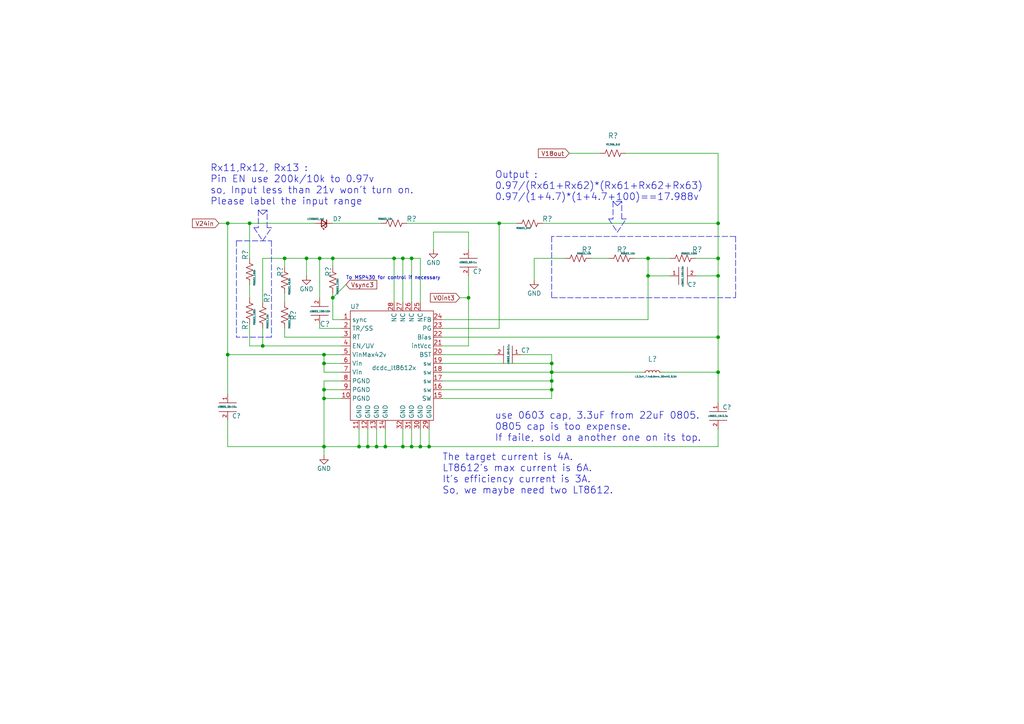
<source format=kicad_sch>
(kicad_sch (version 20211123) (generator eeschema)

  (uuid 70fb9719-e1f4-4445-9e3e-a2b49ac05e1e)

  (paper "A4")

  (lib_symbols
    (symbol "01dyn_lib:L3.3uH_7.4x6.6mm_30mhO_9.5A" (pin_numbers hide) (pin_names (offset 0.254) hide) (in_bom yes) (on_board yes)
      (property "Reference" "L" (id 0) (at -1.27 1.27 0)
        (effects (font (size 1.5 1.5)) (justify left))
      )
      (property "Value" "L3.3uH_7.4x6.6mm_30mhO_9.5A" (id 1) (at -5.08 -1.27 0)
        (effects (font (size 0.5 0.5)) (justify left))
      )
      (property "Footprint" "02_dyn_pcblib:L7.1x6.6mm" (id 2) (at -1.27 10.16 0)
        (effects (font (size 1.27 1.27)) hide)
      )
      (property "Datasheet" "~" (id 3) (at 0 0 90)
        (effects (font (size 1.27 1.27)) hide)
      )
      (property "PartNum" "ECS-MPIL0630-3R3MC" (id 4) (at 0 15.24 0)
        (effects (font (size 1.27 1.27)) hide)
      )
      (property "PartDesc" "3.3 µH Shielded Molded Inductor 9.5 A 22mOhm Max Nonstandard" (id 5) (at 3.81 12.7 0)
        (effects (font (size 1.27 1.27)) hide)
      )
      (property "ki_keywords" "inductor choke coil reactor magnetic" (id 6) (at 0 0 0)
        (effects (font (size 1.27 1.27)) hide)
      )
      (property "ki_description" "Inductor, small symbol" (id 7) (at 0 0 0)
        (effects (font (size 1.27 1.27)) hide)
      )
      (property "ki_fp_filters" "Choke_* *Coil* Inductor_* L_*" (id 8) (at 0 0 0)
        (effects (font (size 1.27 1.27)) hide)
      )
      (symbol "L3.3uH_7.4x6.6mm_30mhO_9.5A_0_1"
        (arc (start -1.016 0) (mid -1.524 0.508) (end -2.032 0)
          (stroke (width 0) (type default) (color 0 0 0 0))
          (fill (type none))
        )
        (arc (start 0 0) (mid -0.508 0.508) (end -1.016 0)
          (stroke (width 0) (type default) (color 0 0 0 0))
          (fill (type none))
        )
        (arc (start 1.016 0) (mid 0.508 0.508) (end 0 0)
          (stroke (width 0) (type default) (color 0 0 0 0))
          (fill (type none))
        )
        (arc (start 2.032 0) (mid 1.524 0.508) (end 1.016 0)
          (stroke (width 0) (type default) (color 0 0 0 0))
          (fill (type none))
        )
      )
      (symbol "L3.3uH_7.4x6.6mm_30mhO_9.5A_1_1"
        (pin passive line (at -2.54 0 0) (length 0.508)
          (name "~" (effects (font (size 1.27 1.27))))
          (number "1" (effects (font (size 1.27 1.27))))
        )
        (pin passive line (at 2.54 0 180) (length 0.508)
          (name "~" (effects (font (size 1.27 1.27))))
          (number "2" (effects (font (size 1.27 1.27))))
        )
      )
    )
    (symbol "01dyn_lib:LED0603_red" (pin_numbers hide) (pin_names (offset 0.254) hide) (in_bom yes) (on_board yes)
      (property "Reference" "D" (id 0) (at -1.27 3.175 0)
        (effects (font (size 1.27 1.27)) (justify left))
      )
      (property "Value" "LED0603_red" (id 1) (at -2.54 -1.27 0)
        (effects (font (size 0.5 0.5)) (justify left))
      )
      (property "Footprint" "02_dyn_pcblib:LED0603" (id 2) (at 0 8.89 0)
        (effects (font (size 1.27 1.27)) hide)
      )
      (property "Datasheet" "~" (id 3) (at 0 0 90)
        (effects (font (size 1.27 1.27)) hide)
      )
      (property "PartNum" "LTST-C190KRKT" (id 4) (at -1.27 15.24 0)
        (effects (font (size 1.27 1.27)) hide)
      )
      (property "PartDesc" "Red 631nm LED Indication - Discrete 2V 0603 (1608 Metric)" (id 5) (at 0 12.7 0)
        (effects (font (size 1.27 1.27)) hide)
      )
      (property "ki_keywords" "LED diode light-emitting-diode" (id 6) (at 0 0 0)
        (effects (font (size 1.27 1.27)) hide)
      )
      (property "ki_description" "Light emitting diode, small symbol" (id 7) (at 0 0 0)
        (effects (font (size 1.27 1.27)) hide)
      )
      (property "ki_fp_filters" "LED* LED_SMD:* LED_THT:*" (id 8) (at 0 0 0)
        (effects (font (size 1.27 1.27)) hide)
      )
      (symbol "LED0603_red_0_1"
        (polyline
          (pts
            (xy -0.762 -1.016)
            (xy -0.762 1.016)
          )
          (stroke (width 0.254) (type default) (color 0 0 0 0))
          (fill (type none))
        )
        (polyline
          (pts
            (xy 1.016 0)
            (xy -0.762 0)
          )
          (stroke (width 0) (type default) (color 0 0 0 0))
          (fill (type none))
        )
        (polyline
          (pts
            (xy 0.762 -1.016)
            (xy -0.762 0)
            (xy 0.762 1.016)
            (xy 0.762 -1.016)
          )
          (stroke (width 0.254) (type default) (color 0 0 0 0))
          (fill (type none))
        )
        (polyline
          (pts
            (xy 0 0.762)
            (xy -0.508 1.27)
            (xy -0.254 1.27)
            (xy -0.508 1.27)
            (xy -0.508 1.016)
          )
          (stroke (width 0) (type default) (color 0 0 0 0))
          (fill (type none))
        )
        (polyline
          (pts
            (xy 0.508 1.27)
            (xy 0 1.778)
            (xy 0.254 1.778)
            (xy 0 1.778)
            (xy 0 1.524)
          )
          (stroke (width 0) (type default) (color 0 0 0 0))
          (fill (type none))
        )
      )
      (symbol "LED0603_red_1_1"
        (pin passive line (at -2.54 0 0) (length 1.778)
          (name "K" (effects (font (size 1.27 1.27))))
          (number "1" (effects (font (size 1.27 1.27))))
        )
        (pin passive line (at 2.54 0 180) (length 1.778)
          (name "A" (effects (font (size 1.27 1.27))))
          (number "2" (effects (font (size 1.27 1.27))))
        )
      )
    )
    (symbol "01dyn_lib:R0603_100k" (pin_numbers hide) (pin_names (offset 0)) (in_bom yes) (on_board yes)
      (property "Reference" "R" (id 0) (at 1.905 -1.397 0)
        (effects (font (size 1.5 1.5)))
      )
      (property "Value" "R0603_100k" (id 1) (at -1.778 -1.397 0)
        (effects (font (size 0.5 0.5)))
      )
      (property "Footprint" "Resistor_SMD:R_0603_1608Metric" (id 2) (at 1.27 3.81 0)
        (effects (font (size 1.27 1.27)) hide)
      )
      (property "Datasheet" "~" (id 3) (at 0 0 90)
        (effects (font (size 1.27 1.27)) hide)
      )
      (property "PartNum" "ERA-3AED104V" (id 4) (at -0.127 1.905 0)
        (effects (font (size 1.27 1.27)) hide)
      )
      (property "ki_keywords" "R res resistor" (id 5) (at 0 0 0)
        (effects (font (size 1.27 1.27)) hide)
      )
      (property "ki_description" "Resistor, US symbol" (id 6) (at 0 0 0)
        (effects (font (size 1.27 1.27)) hide)
      )
      (property "ki_fp_filters" "R_*" (id 7) (at 0 0 0)
        (effects (font (size 1.27 1.27)) hide)
      )
      (symbol "R0603_100k_0_1"
        (polyline
          (pts
            (xy -2.286 0)
            (xy -2.54 0)
          )
          (stroke (width 0) (type default) (color 0 0 0 0))
          (fill (type none))
        )
        (polyline
          (pts
            (xy 2.286 0)
            (xy 2.54 0)
          )
          (stroke (width 0) (type default) (color 0 0 0 0))
          (fill (type none))
        )
        (polyline
          (pts
            (xy -2.286 0)
            (xy -1.905 1.016)
            (xy -1.524 0)
            (xy -1.143 -1.016)
            (xy -0.762 0)
          )
          (stroke (width 0) (type default) (color 0 0 0 0))
          (fill (type none))
        )
        (polyline
          (pts
            (xy -0.762 0)
            (xy -0.381 1.016)
            (xy 0 0)
            (xy 0.381 -1.016)
            (xy 0.762 0)
          )
          (stroke (width 0) (type default) (color 0 0 0 0))
          (fill (type none))
        )
        (polyline
          (pts
            (xy 0.762 0)
            (xy 1.143 1.016)
            (xy 1.524 0)
            (xy 1.905 -1.016)
            (xy 2.286 0)
          )
          (stroke (width 0) (type default) (color 0 0 0 0))
          (fill (type none))
        )
      )
      (symbol "R0603_100k_1_1"
        (pin passive line (at -3.81 0 0) (length 1.27)
          (name "~" (effects (font (size 1.27 1.27))))
          (number "1" (effects (font (size 1.27 1.27))))
        )
        (pin passive line (at 3.81 0 180) (length 1.27)
          (name "~" (effects (font (size 1.27 1.27))))
          (number "2" (effects (font (size 1.27 1.27))))
        )
      )
    )
    (symbol "01dyn_lib:R0603_10k" (pin_numbers hide) (pin_names (offset 0)) (in_bom yes) (on_board yes)
      (property "Reference" "R" (id 0) (at 1.905 -1.397 0)
        (effects (font (size 1.5 1.5)))
      )
      (property "Value" "R0603_10k" (id 1) (at -1.778 -1.397 0)
        (effects (font (size 0.5 0.5)))
      )
      (property "Footprint" "Resistor_SMD:R_0603_1608Metric" (id 2) (at 1.27 3.81 0)
        (effects (font (size 1.27 1.27)) hide)
      )
      (property "Datasheet" "~" (id 3) (at 0 0 90)
        (effects (font (size 1.27 1.27)) hide)
      )
      (property "PartNum" "ERJ-PA3F1002V" (id 4) (at 0.127 1.905 0)
        (effects (font (size 1.27 1.27)) hide)
      )
      (property "ki_keywords" "R res resistor" (id 5) (at 0 0 0)
        (effects (font (size 1.27 1.27)) hide)
      )
      (property "ki_description" "Resistor, US symbol" (id 6) (at 0 0 0)
        (effects (font (size 1.27 1.27)) hide)
      )
      (property "ki_fp_filters" "R_*" (id 7) (at 0 0 0)
        (effects (font (size 1.27 1.27)) hide)
      )
      (symbol "R0603_10k_0_1"
        (polyline
          (pts
            (xy -2.286 0)
            (xy -2.54 0)
          )
          (stroke (width 0) (type default) (color 0 0 0 0))
          (fill (type none))
        )
        (polyline
          (pts
            (xy 2.286 0)
            (xy 2.54 0)
          )
          (stroke (width 0) (type default) (color 0 0 0 0))
          (fill (type none))
        )
        (polyline
          (pts
            (xy -2.286 0)
            (xy -1.905 1.016)
            (xy -1.524 0)
            (xy -1.143 -1.016)
            (xy -0.762 0)
          )
          (stroke (width 0) (type default) (color 0 0 0 0))
          (fill (type none))
        )
        (polyline
          (pts
            (xy -0.762 0)
            (xy -0.381 1.016)
            (xy 0 0)
            (xy 0.381 -1.016)
            (xy 0.762 0)
          )
          (stroke (width 0) (type default) (color 0 0 0 0))
          (fill (type none))
        )
        (polyline
          (pts
            (xy 0.762 0)
            (xy 1.143 1.016)
            (xy 1.524 0)
            (xy 1.905 -1.016)
            (xy 2.286 0)
          )
          (stroke (width 0) (type default) (color 0 0 0 0))
          (fill (type none))
        )
      )
      (symbol "R0603_10k_1_1"
        (pin passive line (at -3.81 0 0) (length 1.27)
          (name "~" (effects (font (size 1.27 1.27))))
          (number "1" (effects (font (size 1.27 1.27))))
        )
        (pin passive line (at 3.81 0 180) (length 1.27)
          (name "~" (effects (font (size 1.27 1.27))))
          (number "2" (effects (font (size 1.27 1.27))))
        )
      )
    )
    (symbol "01dyn_lib:R0603_49.9k" (pin_numbers hide) (pin_names (offset 0)) (in_bom yes) (on_board yes)
      (property "Reference" "R" (id 0) (at 1.905 -1.397 0)
        (effects (font (size 1.5 1.5)))
      )
      (property "Value" "R0603_49.9k" (id 1) (at -1.778 -1.397 0)
        (effects (font (size 0.5 0.5)))
      )
      (property "Footprint" "Resistor_SMD:R_0603_1608Metric" (id 2) (at 1.27 3.81 0)
        (effects (font (size 1.27 1.27)) hide)
      )
      (property "Datasheet" "~" (id 3) (at 0 0 90)
        (effects (font (size 1.27 1.27)) hide)
      )
      (property "PartNum" "ERA-3AED4992V" (id 4) (at -0.127 1.778 0)
        (effects (font (size 1.27 1.27)) hide)
      )
      (property "ki_keywords" "R res resistor" (id 5) (at 0 0 0)
        (effects (font (size 1.27 1.27)) hide)
      )
      (property "ki_description" "Resistor, US symbol" (id 6) (at 0 0 0)
        (effects (font (size 1.27 1.27)) hide)
      )
      (property "ki_fp_filters" "R_*" (id 7) (at 0 0 0)
        (effects (font (size 1.27 1.27)) hide)
      )
      (symbol "R0603_49.9k_0_1"
        (polyline
          (pts
            (xy -2.286 0)
            (xy -2.54 0)
          )
          (stroke (width 0) (type default) (color 0 0 0 0))
          (fill (type none))
        )
        (polyline
          (pts
            (xy 2.286 0)
            (xy 2.54 0)
          )
          (stroke (width 0) (type default) (color 0 0 0 0))
          (fill (type none))
        )
        (polyline
          (pts
            (xy -2.286 0)
            (xy -1.905 1.016)
            (xy -1.524 0)
            (xy -1.143 -1.016)
            (xy -0.762 0)
          )
          (stroke (width 0) (type default) (color 0 0 0 0))
          (fill (type none))
        )
        (polyline
          (pts
            (xy -0.762 0)
            (xy -0.381 1.016)
            (xy 0 0)
            (xy 0.381 -1.016)
            (xy 0.762 0)
          )
          (stroke (width 0) (type default) (color 0 0 0 0))
          (fill (type none))
        )
        (polyline
          (pts
            (xy 0.762 0)
            (xy 1.143 1.016)
            (xy 1.524 0)
            (xy 1.905 -1.016)
            (xy 2.286 0)
          )
          (stroke (width 0) (type default) (color 0 0 0 0))
          (fill (type none))
        )
      )
      (symbol "R0603_49.9k_1_1"
        (pin passive line (at -3.81 0 0) (length 1.27)
          (name "~" (effects (font (size 1.27 1.27))))
          (number "1" (effects (font (size 1.27 1.27))))
        )
        (pin passive line (at 3.81 0 180) (length 1.27)
          (name "~" (effects (font (size 1.27 1.27))))
          (number "2" (effects (font (size 1.27 1.27))))
        )
      )
    )
    (symbol "01dyn_lib:R0603_DNP" (pin_numbers hide) (pin_names (offset 0)) (in_bom yes) (on_board yes)
      (property "Reference" "R" (id 0) (at 1.905 -1.397 0)
        (effects (font (size 1.5 1.5)))
      )
      (property "Value" "R0603_DNP" (id 1) (at -1.778 -1.397 0)
        (effects (font (size 0.5 0.5)))
      )
      (property "Footprint" "Resistor_SMD:R_0603_1608Metric_Pad0.98x0.95mm_HandSolder" (id 2) (at 1.27 3.81 0)
        (effects (font (size 1.27 1.27)) hide)
      )
      (property "Datasheet" "~" (id 3) (at 0 0 90)
        (effects (font (size 1.27 1.27)) hide)
      )
      (property "PartNum" "R0603_DNP" (id 4) (at -0.127 1.905 0)
        (effects (font (size 1.27 1.27)) hide)
      )
      (property "Notice" "This DNP resistor use handly footprint, which is larger than the normal standard footprint" (id 5) (at -2.54 8.89 0)
        (effects (font (size 1.27 1.27)) hide)
      )
      (property "ki_keywords" "R res resistor" (id 6) (at 0 0 0)
        (effects (font (size 1.27 1.27)) hide)
      )
      (property "ki_description" "Resistor, US symbol" (id 7) (at 0 0 0)
        (effects (font (size 1.27 1.27)) hide)
      )
      (property "ki_fp_filters" "R_*" (id 8) (at 0 0 0)
        (effects (font (size 1.27 1.27)) hide)
      )
      (symbol "R0603_DNP_0_1"
        (polyline
          (pts
            (xy -2.286 0)
            (xy -2.54 0)
          )
          (stroke (width 0) (type default) (color 0 0 0 0))
          (fill (type none))
        )
        (polyline
          (pts
            (xy 2.286 0)
            (xy 2.54 0)
          )
          (stroke (width 0) (type default) (color 0 0 0 0))
          (fill (type none))
        )
        (polyline
          (pts
            (xy -2.286 0)
            (xy -1.905 1.016)
            (xy -1.524 0)
            (xy -1.143 -1.016)
            (xy -0.762 0)
          )
          (stroke (width 0) (type default) (color 0 0 0 0))
          (fill (type none))
        )
        (polyline
          (pts
            (xy -0.762 0)
            (xy -0.381 1.016)
            (xy 0 0)
            (xy 0.381 -1.016)
            (xy 0.762 0)
          )
          (stroke (width 0) (type default) (color 0 0 0 0))
          (fill (type none))
        )
        (polyline
          (pts
            (xy 0.762 0)
            (xy 1.143 1.016)
            (xy 1.524 0)
            (xy 1.905 -1.016)
            (xy 2.286 0)
          )
          (stroke (width 0) (type default) (color 0 0 0 0))
          (fill (type none))
        )
      )
      (symbol "R0603_DNP_1_1"
        (pin passive line (at -3.81 0 0) (length 1.27)
          (name "~" (effects (font (size 1.27 1.27))))
          (number "1" (effects (font (size 1.27 1.27))))
        )
        (pin passive line (at 3.81 0 180) (length 1.27)
          (name "~" (effects (font (size 1.27 1.27))))
          (number "2" (effects (font (size 1.27 1.27))))
        )
      )
    )
    (symbol "01dyn_lib:R1206_0.0" (pin_numbers hide) (pin_names (offset 0)) (in_bom yes) (on_board yes)
      (property "Reference" "R" (id 0) (at 1.905 -1.397 0)
        (effects (font (size 1.5 1.5)))
      )
      (property "Value" "R1206_0.0" (id 1) (at -1.778 -1.397 0)
        (effects (font (size 0.5 0.5)))
      )
      (property "Footprint" "02_dyn_pcblib:R1206mix0603" (id 2) (at 0 11.43 0)
        (effects (font (size 1.27 1.27)) hide)
      )
      (property "Datasheet" "~" (id 3) (at 0 0 90)
        (effects (font (size 1.27 1.27)) hide)
      )
      (property "PartNum" "RC1206FR-070RL" (id 4) (at -0.127 1.905 0)
        (effects (font (size 1.27 1.27)) hide)
      )
      (property "PartDesc" "0 Ohms Jumper 0.25W, 1/4W Chip Resistor 1206 (3216 Metric) Moisture Resistant Thick Film" (id 5) (at -2.54 8.89 0)
        (effects (font (size 1.27 1.27)) hide)
      )
      (property "ki_keywords" "R res resistor" (id 6) (at 0 0 0)
        (effects (font (size 1.27 1.27)) hide)
      )
      (property "ki_description" "Resistor, US symbol" (id 7) (at 0 0 0)
        (effects (font (size 1.27 1.27)) hide)
      )
      (property "ki_fp_filters" "R_*" (id 8) (at 0 0 0)
        (effects (font (size 1.27 1.27)) hide)
      )
      (symbol "R1206_0.0_0_1"
        (polyline
          (pts
            (xy -2.286 0)
            (xy -2.54 0)
          )
          (stroke (width 0) (type default) (color 0 0 0 0))
          (fill (type none))
        )
        (polyline
          (pts
            (xy 2.286 0)
            (xy 2.54 0)
          )
          (stroke (width 0) (type default) (color 0 0 0 0))
          (fill (type none))
        )
        (polyline
          (pts
            (xy -2.286 0)
            (xy -1.905 1.016)
            (xy -1.524 0)
            (xy -1.143 -1.016)
            (xy -0.762 0)
          )
          (stroke (width 0) (type default) (color 0 0 0 0))
          (fill (type none))
        )
        (polyline
          (pts
            (xy -0.762 0)
            (xy -0.381 1.016)
            (xy 0 0)
            (xy 0.381 -1.016)
            (xy 0.762 0)
          )
          (stroke (width 0) (type default) (color 0 0 0 0))
          (fill (type none))
        )
        (polyline
          (pts
            (xy 0.762 0)
            (xy 1.143 1.016)
            (xy 1.524 0)
            (xy 1.905 -1.016)
            (xy 2.286 0)
          )
          (stroke (width 0) (type default) (color 0 0 0 0))
          (fill (type none))
        )
      )
      (symbol "R1206_0.0_1_1"
        (pin passive line (at -3.81 0 0) (length 1.27)
          (name "~" (effects (font (size 1.27 1.27))))
          (number "1" (effects (font (size 1.27 1.27))))
        )
        (pin passive line (at 3.81 0 180) (length 1.27)
          (name "~" (effects (font (size 1.27 1.27))))
          (number "2" (effects (font (size 1.27 1.27))))
        )
      )
    )
    (symbol "01dyn_lib:c0603_100v10n" (pin_names (offset 0.254)) (in_bom yes) (on_board yes)
      (property "Reference" "C" (id 0) (at 1.27 -2.54 0)
        (effects (font (size 1.5 1.5)))
      )
      (property "Value" "c0603_100v10n" (id 1) (at 0.127 -0.127 0)
        (effects (font (size 0.5 0.5)))
      )
      (property "Footprint" "Capacitor_SMD:C_0603_1608Metric" (id 2) (at 0.889 12.827 0)
        (effects (font (size 1.27 1.27)) hide)
      )
      (property "Datasheet" "~" (id 3) (at -0.0635 -0.0635 0)
        (effects (font (size 1.27 1.27)) hide)
      )
      (property "PartNum" "C1608X7R2A103M080AA" (id 4) (at -0.508 15.494 0)
        (effects (font (size 1.27 1.27)) hide)
      )
      (property "PartDesc" "10000 pF ±20% 100V Ceramic Capacitor X7R 0603 (1608 Metric)" (id 5) (at -3.81 19.05 0)
        (effects (font (size 1.27 1.27)) hide)
      )
      (property "ki_keywords" "simulation" (id 6) (at 0 0 0)
        (effects (font (size 1.27 1.27)) hide)
      )
      (property "ki_description" "Capacitor symbol for simulation only" (id 7) (at 0 0 0)
        (effects (font (size 1.27 1.27)) hide)
      )
      (symbol "c0603_100v10n_0_1"
        (polyline
          (pts
            (xy 2.54 -1.27)
            (xy -2.54 -1.27)
          )
          (stroke (width 0) (type default) (color 0 0 0 0))
          (fill (type none))
        )
        (polyline
          (pts
            (xy 2.54 1.27)
            (xy -2.54 1.27)
          )
          (stroke (width 0) (type default) (color 0 0 0 0))
          (fill (type none))
        )
      )
      (symbol "c0603_100v10n_1_1"
        (pin passive line (at 0 -3.81 90) (length 2.54)
          (name "~" (effects (font (size 1.016 1.016))))
          (number "1" (effects (font (size 1.016 1.016))))
        )
        (pin passive line (at 0 3.81 270) (length 2.54)
          (name "~" (effects (font (size 1.016 1.016))))
          (number "2" (effects (font (size 1.016 1.016))))
        )
      )
    )
    (symbol "01dyn_lib:c0603_10v3.3u" (pin_names (offset 0.254)) (in_bom yes) (on_board yes)
      (property "Reference" "C" (id 0) (at 1.27 -2.54 0)
        (effects (font (size 1.5 1.5)))
      )
      (property "Value" "c0603_10v3.3u" (id 1) (at 0 0 0)
        (effects (font (size 0.5 0.5)))
      )
      (property "Footprint" "Capacitor_SMD:C_0603_1608Metric" (id 2) (at 0.889 12.827 0)
        (effects (font (size 1.27 1.27)) hide)
      )
      (property "Datasheet" "~" (id 3) (at -0.0635 -0.0635 0)
        (effects (font (size 1.27 1.27)) hide)
      )
      (property "PartNum" "C1608X7S1A335K080AC" (id 4) (at -0.508 15.494 0)
        (effects (font (size 1.27 1.27)) hide)
      )
      (property "ki_keywords" "simulation" (id 5) (at 0 0 0)
        (effects (font (size 1.27 1.27)) hide)
      )
      (property "ki_description" "Capacitor symbol for simulation only" (id 6) (at 0 0 0)
        (effects (font (size 1.27 1.27)) hide)
      )
      (symbol "c0603_10v3.3u_0_1"
        (polyline
          (pts
            (xy 2.54 -1.27)
            (xy -2.54 -1.27)
          )
          (stroke (width 0) (type default) (color 0 0 0 0))
          (fill (type none))
        )
        (polyline
          (pts
            (xy 2.54 1.27)
            (xy -2.54 1.27)
          )
          (stroke (width 0) (type default) (color 0 0 0 0))
          (fill (type none))
        )
      )
      (symbol "c0603_10v3.3u_1_1"
        (pin passive line (at 0 -3.81 90) (length 2.54)
          (name "~" (effects (font (size 1.016 1.016))))
          (number "1" (effects (font (size 1.016 1.016))))
        )
        (pin passive line (at 0 3.81 270) (length 2.54)
          (name "~" (effects (font (size 1.016 1.016))))
          (number "2" (effects (font (size 1.016 1.016))))
        )
      )
    )
    (symbol "01dyn_lib:c0603_50v0.1u" (pin_names (offset 0.254)) (in_bom yes) (on_board yes)
      (property "Reference" "C" (id 0) (at 1.27 -2.54 0)
        (effects (font (size 1.5 1.5)))
      )
      (property "Value" "c0603_50v0.1u" (id 1) (at 0.127 -0.127 0)
        (effects (font (size 0.5 0.5)))
      )
      (property "Footprint" "Capacitor_SMD:C_0603_1608Metric" (id 2) (at 0.889 12.827 0)
        (effects (font (size 1.27 1.27)) hide)
      )
      (property "Datasheet" "~" (id 3) (at -0.0635 -0.0635 0)
        (effects (font (size 1.27 1.27)) hide)
      )
      (property "PartNum" "CGA3E2X7R1H104M080AA" (id 4) (at -0.508 15.494 0)
        (effects (font (size 1.27 1.27)) hide)
      )
      (property "ki_keywords" "simulation" (id 5) (at 0 0 0)
        (effects (font (size 1.27 1.27)) hide)
      )
      (property "ki_description" "Capacitor symbol for simulation only" (id 6) (at 0 0 0)
        (effects (font (size 1.27 1.27)) hide)
      )
      (symbol "c0603_50v0.1u_0_1"
        (polyline
          (pts
            (xy 2.54 -1.27)
            (xy -2.54 -1.27)
          )
          (stroke (width 0) (type default) (color 0 0 0 0))
          (fill (type none))
        )
        (polyline
          (pts
            (xy 2.54 1.27)
            (xy -2.54 1.27)
          )
          (stroke (width 0) (type default) (color 0 0 0 0))
          (fill (type none))
        )
      )
      (symbol "c0603_50v0.1u_1_1"
        (pin passive line (at 0 -3.81 90) (length 2.54)
          (name "~" (effects (font (size 1.016 1.016))))
          (number "1" (effects (font (size 1.016 1.016))))
        )
        (pin passive line (at 0 3.81 270) (length 2.54)
          (name "~" (effects (font (size 1.016 1.016))))
          (number "2" (effects (font (size 1.016 1.016))))
        )
      )
    )
    (symbol "01dyn_lib:c0603_50v1u" (pin_names (offset 0.254)) (in_bom yes) (on_board yes)
      (property "Reference" "C" (id 0) (at 1.27 -2.54 0)
        (effects (font (size 1.5 1.5)))
      )
      (property "Value" "c0603_50v1u" (id 1) (at 0.127 -0.127 0)
        (effects (font (size 0.5 0.5)))
      )
      (property "Footprint" "Capacitor_SMD:C_0603_1608Metric" (id 2) (at 0.889 12.827 0)
        (effects (font (size 1.27 1.27)) hide)
      )
      (property "Datasheet" "~" (id 3) (at -0.0635 -0.0635 0)
        (effects (font (size 1.27 1.27)) hide)
      )
      (property "PartNum" "C1608X5R1H105K080AB" (id 4) (at -0.508 15.494 0)
        (effects (font (size 1.27 1.27)) hide)
      )
      (property "ki_keywords" "simulation" (id 5) (at 0 0 0)
        (effects (font (size 1.27 1.27)) hide)
      )
      (property "ki_description" "Capacitor symbol for simulation only" (id 6) (at 0 0 0)
        (effects (font (size 1.27 1.27)) hide)
      )
      (symbol "c0603_50v1u_0_1"
        (polyline
          (pts
            (xy 2.54 -1.27)
            (xy -2.54 -1.27)
          )
          (stroke (width 0) (type default) (color 0 0 0 0))
          (fill (type none))
        )
        (polyline
          (pts
            (xy 2.54 1.27)
            (xy -2.54 1.27)
          )
          (stroke (width 0) (type default) (color 0 0 0 0))
          (fill (type none))
        )
      )
      (symbol "c0603_50v1u_1_1"
        (pin passive line (at 0 -3.81 90) (length 2.54)
          (name "~" (effects (font (size 1.016 1.016))))
          (number "1" (effects (font (size 1.016 1.016))))
        )
        (pin passive line (at 0 3.81 270) (length 2.54)
          (name "~" (effects (font (size 1.016 1.016))))
          (number "2" (effects (font (size 1.016 1.016))))
        )
      )
    )
    (symbol "01dyn_lib:c0805_35v10u" (pin_names (offset 0.254)) (in_bom yes) (on_board yes)
      (property "Reference" "C" (id 0) (at 1.27 -2.54 0)
        (effects (font (size 1.5 1.5)))
      )
      (property "Value" "c0805_35v10u" (id 1) (at 0.127 -0.127 0)
        (effects (font (size 0.5 0.5)))
      )
      (property "Footprint" "02_dyn_pcblib:C0805mix0603" (id 2) (at 0.889 12.827 0)
        (effects (font (size 1.27 1.27)) hide)
      )
      (property "Datasheet" "~" (id 3) (at -0.0635 -0.0635 0)
        (effects (font (size 1.27 1.27)) hide)
      )
      (property "PartNum" "C2012X5R1V106M085AC" (id 4) (at -0.508 15.494 0)
        (effects (font (size 1.27 1.27)) hide)
      )
      (property "ki_keywords" "simulation" (id 5) (at 0 0 0)
        (effects (font (size 1.27 1.27)) hide)
      )
      (property "ki_description" "Capacitor symbol for simulation only" (id 6) (at 0 0 0)
        (effects (font (size 1.27 1.27)) hide)
      )
      (symbol "c0805_35v10u_0_1"
        (polyline
          (pts
            (xy 2.54 -1.27)
            (xy -2.54 -1.27)
          )
          (stroke (width 0) (type default) (color 0 0 0 0))
          (fill (type none))
        )
        (polyline
          (pts
            (xy 2.54 1.27)
            (xy -2.54 1.27)
          )
          (stroke (width 0) (type default) (color 0 0 0 0))
          (fill (type none))
        )
      )
      (symbol "c0805_35v10u_1_1"
        (pin passive line (at 0 -3.81 90) (length 2.54)
          (name "~" (effects (font (size 1.016 1.016))))
          (number "1" (effects (font (size 1.016 1.016))))
        )
        (pin passive line (at 0 3.81 270) (length 2.54)
          (name "~" (effects (font (size 1.016 1.016))))
          (number "2" (effects (font (size 1.016 1.016))))
        )
      )
    )
    (symbol "01dyn_lib:dcdc_lt8612x" (in_bom yes) (on_board yes)
      (property "Reference" "U" (id 0) (at -7.62 3.81 0)
        (effects (font (size 1.27 1.27)))
      )
      (property "Value" "dcdc_lt8612x" (id 1) (at 3.81 -13.97 0)
        (effects (font (size 1.27 1.27)))
      )
      (property "Footprint" "02_dyn_pcblib:QFN-28-1EP_3x6mm_P0.5mm_EP1.7x4.75mmX" (id 2) (at 6.35 27.94 0)
        (effects (font (size 1.27 1.27)) hide)
      )
      (property "Datasheet" "" (id 3) (at -11.43 0 0)
        (effects (font (size 1.27 1.27)) hide)
      )
      (property "source" "digikey" (id 4) (at -20.32 15.24 0)
        (effects (font (size 1.27 1.27)) hide)
      )
      (property "PartNum" "505-LT8612EUDE#PBF-ND" (id 5) (at -10.16 17.78 0)
        (effects (font (size 1.27 1.27)) hide)
      )
      (property "PartDesc" "IC REG BUCK ADJUSTABLE 6A 28QFN" (id 6) (at -5.08 20.32 0)
        (effects (font (size 1.27 1.27)) hide)
      )
      (property "Mfg" "Analog Devices Inc." (id 7) (at -13.97 22.86 0)
        (effects (font (size 1.27 1.27)) hide)
      )
      (property "MfgNum" "LT8612EUDE#PBF" (id 8) (at -15.24 25.4 0)
        (effects (font (size 1.27 1.27)) hide)
      )
      (symbol "dcdc_lt8612x_0_0"
        (pin input line (at -11.43 0 0) (length 2.54)
          (name "sync" (effects (font (size 1.27 1.27))))
          (number "1" (effects (font (size 1.27 1.27))))
        )
        (pin power_out line (at -11.43 -22.86 0) (length 2.54)
          (name "PGND" (effects (font (size 1.27 1.27))))
          (number "10" (effects (font (size 1.27 1.27))))
        )
        (pin power_out line (at -6.35 -31.75 90) (length 2.54)
          (name "GND" (effects (font (size 1.27 1.27))))
          (number "11" (effects (font (size 1.27 1.27))))
        )
        (pin power_out line (at -3.81 -31.75 90) (length 2.54)
          (name "GND" (effects (font (size 1.27 1.27))))
          (number "12" (effects (font (size 1.27 1.27))))
        )
        (pin power_out line (at -1.27 -31.75 90) (length 2.54)
          (name "GND" (effects (font (size 1.27 1.27))))
          (number "13" (effects (font (size 1.27 1.27))))
        )
        (pin power_out line (at 1.27 -31.75 90) (length 2.54)
          (name "GND" (effects (font (size 1.27 1.27))))
          (number "14" (effects (font (size 1.27 1.27))))
        )
        (pin power_out line (at 17.78 -22.86 180) (length 2.54)
          (name "SW" (effects (font (size 1.27 1.27))))
          (number "15" (effects (font (size 1.27 1.27))))
        )
        (pin power_out line (at 17.78 -20.32 180) (length 2.54)
          (name "sw" (effects (font (size 1.27 1.27))))
          (number "16" (effects (font (size 1.27 1.27))))
        )
        (pin power_out line (at 17.78 -17.78 180) (length 2.54)
          (name "sw" (effects (font (size 1.27 1.27))))
          (number "17" (effects (font (size 1.27 1.27))))
        )
        (pin power_out line (at 17.78 -15.24 180) (length 2.54)
          (name "sw" (effects (font (size 1.27 1.27))))
          (number "18" (effects (font (size 1.27 1.27))))
        )
        (pin power_out line (at 17.78 -12.7 180) (length 2.54)
          (name "sw" (effects (font (size 1.27 1.27))))
          (number "19" (effects (font (size 1.27 1.27))))
        )
        (pin input line (at -11.43 -2.54 0) (length 2.54)
          (name "TR/SS" (effects (font (size 1.27 1.27))))
          (number "2" (effects (font (size 1.27 1.27))))
        )
        (pin power_out line (at 17.78 -10.16 180) (length 2.54)
          (name "BST" (effects (font (size 1.27 1.27))))
          (number "20" (effects (font (size 1.27 1.27))))
        )
        (pin power_out line (at 17.78 -7.62 180) (length 2.54)
          (name "intVcc" (effects (font (size 1.27 1.27))))
          (number "21" (effects (font (size 1.27 1.27))))
        )
        (pin input line (at 17.78 -5.08 180) (length 2.54)
          (name "Bias" (effects (font (size 1.27 1.27))))
          (number "22" (effects (font (size 1.27 1.27))))
        )
        (pin open_collector line (at 17.78 -2.54 180) (length 2.54)
          (name "PG" (effects (font (size 1.27 1.27))))
          (number "23" (effects (font (size 1.27 1.27))))
        )
        (pin input line (at 17.78 0 180) (length 2.54)
          (name "FB" (effects (font (size 1.27 1.27))))
          (number "24" (effects (font (size 1.27 1.27))))
        )
        (pin power_out line (at 11.43 5.08 270) (length 2.54)
          (name "NC" (effects (font (size 1.27 1.27))))
          (number "25" (effects (font (size 1.27 1.27))))
        )
        (pin power_out line (at 8.89 5.08 270) (length 2.54)
          (name "NC" (effects (font (size 1.27 1.27))))
          (number "26" (effects (font (size 1.27 1.27))))
        )
        (pin power_out line (at 6.35 5.08 270) (length 2.54)
          (name "NC" (effects (font (size 1.27 1.27))))
          (number "27" (effects (font (size 1.27 1.27))))
        )
        (pin power_out line (at 3.81 5.08 270) (length 2.54)
          (name "NC" (effects (font (size 1.27 1.27))))
          (number "28" (effects (font (size 1.27 1.27))))
        )
        (pin power_out line (at 13.97 -31.75 90) (length 2.54)
          (name "GND" (effects (font (size 1.27 1.27))))
          (number "29" (effects (font (size 1.27 1.27))))
        )
        (pin input line (at -11.43 -5.08 0) (length 2.54)
          (name "RT" (effects (font (size 1.27 1.27))))
          (number "3" (effects (font (size 1.27 1.27))))
        )
        (pin power_out line (at 11.43 -31.75 90) (length 2.54)
          (name "GND" (effects (font (size 1.27 1.27))))
          (number "30" (effects (font (size 1.27 1.27))))
        )
        (pin power_out line (at 8.89 -31.75 90) (length 2.54)
          (name "GND" (effects (font (size 1.27 1.27))))
          (number "31" (effects (font (size 1.27 1.27))))
        )
        (pin power_out line (at 6.35 -31.75 90) (length 2.54)
          (name "GND" (effects (font (size 1.27 1.27))))
          (number "32" (effects (font (size 1.27 1.27))))
        )
        (pin input line (at -11.43 -7.62 0) (length 2.54)
          (name "EN/UV" (effects (font (size 1.27 1.27))))
          (number "4" (effects (font (size 1.27 1.27))))
        )
        (pin power_in line (at -11.43 -10.16 0) (length 2.54)
          (name "VinMax42v" (effects (font (size 1.27 1.27))))
          (number "5" (effects (font (size 1.27 1.27))))
        )
        (pin power_in line (at -11.43 -12.7 0) (length 2.54)
          (name "Vin" (effects (font (size 1.27 1.27))))
          (number "6" (effects (font (size 1.27 1.27))))
        )
        (pin power_in line (at -11.43 -15.24 0) (length 2.54)
          (name "Vin" (effects (font (size 1.27 1.27))))
          (number "7" (effects (font (size 1.27 1.27))))
        )
        (pin power_out line (at -11.43 -17.78 0) (length 2.54)
          (name "PGND" (effects (font (size 1.27 1.27))))
          (number "8" (effects (font (size 1.27 1.27))))
        )
        (pin power_out line (at -11.43 -20.32 0) (length 2.54)
          (name "PGND" (effects (font (size 1.27 1.27))))
          (number "9" (effects (font (size 1.27 1.27))))
        )
      )
      (symbol "dcdc_lt8612x_0_1"
        (rectangle (start -8.89 2.54) (end 15.24 -29.21)
          (stroke (width 0) (type default) (color 0 0 0 0))
          (fill (type none))
        )
      )
    )
    (symbol "power:GND" (power) (pin_names (offset 0)) (in_bom yes) (on_board yes)
      (property "Reference" "#PWR" (id 0) (at 0 -6.35 0)
        (effects (font (size 1.27 1.27)) hide)
      )
      (property "Value" "GND" (id 1) (at 0 -3.81 0)
        (effects (font (size 1.27 1.27)))
      )
      (property "Footprint" "" (id 2) (at 0 0 0)
        (effects (font (size 1.27 1.27)) hide)
      )
      (property "Datasheet" "" (id 3) (at 0 0 0)
        (effects (font (size 1.27 1.27)) hide)
      )
      (property "ki_keywords" "power-flag" (id 4) (at 0 0 0)
        (effects (font (size 1.27 1.27)) hide)
      )
      (property "ki_description" "Power symbol creates a global label with name \"GND\" , ground" (id 5) (at 0 0 0)
        (effects (font (size 1.27 1.27)) hide)
      )
      (symbol "GND_0_1"
        (polyline
          (pts
            (xy 0 0)
            (xy 0 -1.27)
            (xy 1.27 -1.27)
            (xy 0 -2.54)
            (xy -1.27 -1.27)
            (xy 0 -1.27)
          )
          (stroke (width 0) (type default) (color 0 0 0 0))
          (fill (type none))
        )
      )
      (symbol "GND_1_1"
        (pin power_in line (at 0 0 270) (length 0) hide
          (name "GND" (effects (font (size 1.27 1.27))))
          (number "1" (effects (font (size 1.27 1.27))))
        )
      )
    )
  )

  (junction (at 93.98 113.03) (diameter 0) (color 0 0 0 0)
    (uuid 00d8c82a-7a70-4548-bdc5-69511fca3138)
  )
  (junction (at 116.84 74.93) (diameter 0) (color 0 0 0 0)
    (uuid 01961cb5-acdd-4c25-a5de-326b063a4537)
  )
  (junction (at 82.55 74.93) (diameter 0) (color 0 0 0 0)
    (uuid 07435dcb-2c35-4a66-97f3-0fe5da556e7d)
  )
  (junction (at 93.98 102.87) (diameter 0) (color 0 0 0 0)
    (uuid 225acc9e-8b96-42d2-a177-d878ecd07414)
  )
  (junction (at 111.76 129.54) (diameter 0) (color 0 0 0 0)
    (uuid 26245daa-ba27-4977-869a-c97cfa3965b5)
  )
  (junction (at 106.68 129.54) (diameter 0) (color 0 0 0 0)
    (uuid 27eab208-95e1-42ce-b1bd-83665f24d62a)
  )
  (junction (at 109.22 129.54) (diameter 0) (color 0 0 0 0)
    (uuid 34054d7b-729b-437b-a134-f2702f7bae8a)
  )
  (junction (at 187.96 74.93) (diameter 0) (color 0 0 0 0)
    (uuid 37af6585-44ae-4072-97eb-c0a291f90d5b)
  )
  (junction (at 208.28 64.77) (diameter 0) (color 0 0 0 0)
    (uuid 38c6a2b8-e296-476a-bb24-d446e426c4a9)
  )
  (junction (at 96.52 74.93) (diameter 0) (color 0 0 0 0)
    (uuid 4340d541-7d58-42d1-b1f1-3cefc582f1c5)
  )
  (junction (at 160.02 107.95) (diameter 0) (color 0 0 0 0)
    (uuid 439c0d3e-f498-4241-b1d6-614ea20a30e0)
  )
  (junction (at 160.02 110.49) (diameter 0) (color 0 0 0 0)
    (uuid 57686df1-8ad0-4b78-8702-8204acf0920a)
  )
  (junction (at 96.52 86.36) (diameter 0) (color 0 0 0 0)
    (uuid 5c58d040-441c-46da-9232-fb1592848979)
  )
  (junction (at 116.84 129.54) (diameter 0) (color 0 0 0 0)
    (uuid 5da18844-0f4e-4ae4-a249-8afde4e0ad34)
  )
  (junction (at 124.46 129.54) (diameter 0) (color 0 0 0 0)
    (uuid 61d75a58-1fa6-4a95-b353-2e4204cf6b73)
  )
  (junction (at 93.98 115.57) (diameter 0) (color 0 0 0 0)
    (uuid 66327537-ac77-49e5-aac5-4c72c8c5467d)
  )
  (junction (at 160.02 105.41) (diameter 0) (color 0 0 0 0)
    (uuid 6c96d70f-ba52-4bd3-bc6a-367b7ea2e45d)
  )
  (junction (at 93.98 129.54) (diameter 0) (color 0 0 0 0)
    (uuid 72895431-6f54-433e-9a6e-e313dd72d781)
  )
  (junction (at 119.38 74.93) (diameter 0) (color 0 0 0 0)
    (uuid 76a7cbd8-fa25-4477-a6a8-6757b512e459)
  )
  (junction (at 66.04 64.77) (diameter 0) (color 0 0 0 0)
    (uuid 90fc7f26-8810-4449-82ec-d6b739868ee2)
  )
  (junction (at 92.71 74.93) (diameter 0) (color 0 0 0 0)
    (uuid 92b559eb-480a-40e0-8fd2-fa5f2b7d69fa)
  )
  (junction (at 66.04 102.87) (diameter 0) (color 0 0 0 0)
    (uuid 9decbd69-2442-4d71-ad0c-3487503a28db)
  )
  (junction (at 135.89 86.36) (diameter 0) (color 0 0 0 0)
    (uuid a2c32cae-e0d3-41a6-af6a-1860f69d01db)
  )
  (junction (at 144.78 64.77) (diameter 0) (color 0 0 0 0)
    (uuid a31f6d8a-a201-440a-b5d4-a77ca69cb1cf)
  )
  (junction (at 208.28 74.93) (diameter 0) (color 0 0 0 0)
    (uuid b60265ec-6495-4c73-81f1-87836de34fea)
  )
  (junction (at 104.14 129.54) (diameter 0) (color 0 0 0 0)
    (uuid b7e8ae50-6f60-40d2-8509-f897b4b55d02)
  )
  (junction (at 121.92 129.54) (diameter 0) (color 0 0 0 0)
    (uuid bac13262-d6ec-4baf-9d35-37b9f2013c14)
  )
  (junction (at 88.9 74.93) (diameter 0) (color 0 0 0 0)
    (uuid bf54ed75-6a25-4fa3-8857-2d6479dcc989)
  )
  (junction (at 114.3 74.93) (diameter 0) (color 0 0 0 0)
    (uuid c5121270-0bd6-41c5-82e5-1abb48b1e941)
  )
  (junction (at 208.28 97.79) (diameter 0) (color 0 0 0 0)
    (uuid c733e518-88a8-4720-97c7-fec29a0df571)
  )
  (junction (at 76.2 100.33) (diameter 0) (color 0 0 0 0)
    (uuid c7c261d0-d8a2-47b0-94d2-e2ec203f4687)
  )
  (junction (at 160.02 113.03) (diameter 0) (color 0 0 0 0)
    (uuid d2d8ecb2-d066-49ff-b907-c4bdf5d29d46)
  )
  (junction (at 93.98 105.41) (diameter 0) (color 0 0 0 0)
    (uuid dc2fb69a-916a-4b7b-a324-8437d27e9395)
  )
  (junction (at 187.96 80.01) (diameter 0) (color 0 0 0 0)
    (uuid def396d3-74e0-4d2c-8d7e-115ccd11edcb)
  )
  (junction (at 208.28 80.01) (diameter 0) (color 0 0 0 0)
    (uuid e2581323-1ce6-4402-ba06-c5745b8f9f7d)
  )
  (junction (at 119.38 129.54) (diameter 0) (color 0 0 0 0)
    (uuid e38b9024-0138-4c8f-b21e-bdb2c1e0833a)
  )
  (junction (at 72.39 64.77) (diameter 0) (color 0 0 0 0)
    (uuid e48d7459-01ce-40d1-8715-827bd3087a66)
  )
  (junction (at 208.28 107.95) (diameter 0) (color 0 0 0 0)
    (uuid ed88705d-7430-4606-9c88-dc6696bbd8b7)
  )

  (wire (pts (xy 109.22 124.46) (xy 109.22 129.54))
    (stroke (width 0) (type default) (color 0 0 0 0))
    (uuid 032a2d29-b51a-4dd4-b0fe-d974aa490af2)
  )
  (wire (pts (xy 66.04 102.87) (xy 66.04 64.77))
    (stroke (width 0) (type default) (color 0 0 0 0))
    (uuid 0350ee70-d793-4d93-875e-633efa834c5b)
  )
  (wire (pts (xy 104.14 124.46) (xy 104.14 129.54))
    (stroke (width 0) (type default) (color 0 0 0 0))
    (uuid 0476072f-ce49-45c6-b890-01c2aeca3c84)
  )
  (wire (pts (xy 128.27 92.71) (xy 187.96 92.71))
    (stroke (width 0) (type default) (color 0 0 0 0))
    (uuid 07a7c730-0ab4-45aa-8145-2ed311e7c7f8)
  )
  (wire (pts (xy 160.02 105.41) (xy 160.02 102.87))
    (stroke (width 0) (type default) (color 0 0 0 0))
    (uuid 0844c7f8-42bd-4269-8a34-b84daea05ced)
  )
  (polyline (pts (xy 176.53 63.5) (xy 179.07 67.31))
    (stroke (width 0) (type default) (color 0 0 0 0))
    (uuid 08a5c302-97b1-4f56-820c-6f70c09aed86)
  )

  (wire (pts (xy 82.55 95.25) (xy 82.55 97.79))
    (stroke (width 0) (type default) (color 0 0 0 0))
    (uuid 0918f810-4ff7-4235-b4f9-b87bc8d84007)
  )
  (polyline (pts (xy 213.36 68.58) (xy 160.02 68.58))
    (stroke (width 0) (type default) (color 0 0 0 0))
    (uuid 0d1e7200-f5cd-4bd7-b975-e477f1e85ca1)
  )

  (wire (pts (xy 125.73 67.31) (xy 125.73 72.39))
    (stroke (width 0) (type default) (color 0 0 0 0))
    (uuid 0dd35094-f7df-49f7-ae8b-a6ddfff8887c)
  )
  (wire (pts (xy 114.3 87.63) (xy 114.3 74.93))
    (stroke (width 0) (type default) (color 0 0 0 0))
    (uuid 0f916dd7-ab23-4c4c-8ae7-3d661087f449)
  )
  (wire (pts (xy 144.78 64.77) (xy 144.78 95.25))
    (stroke (width 0) (type default) (color 0 0 0 0))
    (uuid 100756e3-3b71-48c4-8937-84dd2d90c4a8)
  )
  (wire (pts (xy 121.92 74.93) (xy 119.38 74.93))
    (stroke (width 0) (type default) (color 0 0 0 0))
    (uuid 115fb58f-1ac0-4237-ad6c-2590bd98c75b)
  )
  (polyline (pts (xy 160.02 68.58) (xy 160.02 86.36))
    (stroke (width 0) (type default) (color 0 0 0 0))
    (uuid 118439af-8acc-4eaf-9a0f-c9a22c5d7e81)
  )

  (wire (pts (xy 119.38 74.93) (xy 116.84 74.93))
    (stroke (width 0) (type default) (color 0 0 0 0))
    (uuid 1214de80-2395-44d5-a2b8-647f2046e32a)
  )
  (wire (pts (xy 124.46 129.54) (xy 124.46 124.46))
    (stroke (width 0) (type default) (color 0 0 0 0))
    (uuid 13caf450-5537-4918-b7c1-264a7a26299b)
  )
  (wire (pts (xy 121.92 124.46) (xy 121.92 129.54))
    (stroke (width 0) (type default) (color 0 0 0 0))
    (uuid 154e20a1-798e-4fbc-aa12-af80db7c8765)
  )
  (wire (pts (xy 128.27 97.79) (xy 208.28 97.79))
    (stroke (width 0) (type default) (color 0 0 0 0))
    (uuid 16040a27-bf23-4136-afc1-c05eba9303e9)
  )
  (wire (pts (xy 184.15 74.93) (xy 187.96 74.93))
    (stroke (width 0) (type default) (color 0 0 0 0))
    (uuid 1783f925-154b-418d-97d4-5c800e9b39f4)
  )
  (polyline (pts (xy 213.36 68.58) (xy 213.36 86.36))
    (stroke (width 0) (type default) (color 0 0 0 0))
    (uuid 181acdbe-ccb1-4a07-a84c-69bd82b7d854)
  )
  (polyline (pts (xy 78.74 69.85) (xy 78.74 97.79))
    (stroke (width 0) (type default) (color 0 0 0 0))
    (uuid 1a9770b4-87a6-4d82-a3af-d41ff0ede2bf)
  )
  (polyline (pts (xy 160.02 86.36) (xy 213.36 86.36))
    (stroke (width 0) (type default) (color 0 0 0 0))
    (uuid 1d6299e6-cb93-4495-b071-e8b644b1b332)
  )

  (wire (pts (xy 93.98 105.41) (xy 93.98 102.87))
    (stroke (width 0) (type default) (color 0 0 0 0))
    (uuid 200d5094-a5e9-4f04-8047-8512c042d0ab)
  )
  (wire (pts (xy 82.55 97.79) (xy 99.06 97.79))
    (stroke (width 0) (type default) (color 0 0 0 0))
    (uuid 239527ed-baeb-41be-bd63-06831d374fc1)
  )
  (wire (pts (xy 128.27 107.95) (xy 160.02 107.95))
    (stroke (width 0) (type default) (color 0 0 0 0))
    (uuid 250c915d-5103-4565-a02f-d98be0187b2f)
  )
  (wire (pts (xy 160.02 107.95) (xy 186.69 107.95))
    (stroke (width 0) (type default) (color 0 0 0 0))
    (uuid 25f19369-3edf-4021-9c4c-fc0b25189259)
  )
  (wire (pts (xy 109.22 129.54) (xy 111.76 129.54))
    (stroke (width 0) (type default) (color 0 0 0 0))
    (uuid 28d664b2-8d46-4e9a-a769-ae756e4714c8)
  )
  (wire (pts (xy 76.2 87.63) (xy 76.2 74.93))
    (stroke (width 0) (type default) (color 0 0 0 0))
    (uuid 2a8a45fb-111b-44e8-9f8f-8b1b0670ffcc)
  )
  (wire (pts (xy 157.48 64.77) (xy 208.28 64.77))
    (stroke (width 0) (type default) (color 0 0 0 0))
    (uuid 2ae3bff5-5f52-49b7-bb5b-3c89fcf51b9b)
  )
  (wire (pts (xy 93.98 110.49) (xy 93.98 113.03))
    (stroke (width 0) (type default) (color 0 0 0 0))
    (uuid 2c7f7232-a25a-432e-9657-f0fb52a6d48b)
  )
  (wire (pts (xy 118.11 64.77) (xy 144.78 64.77))
    (stroke (width 0) (type default) (color 0 0 0 0))
    (uuid 2d1ce725-a892-4d60-8b55-ce2d972b5fec)
  )
  (wire (pts (xy 208.28 74.93) (xy 201.93 74.93))
    (stroke (width 0) (type default) (color 0 0 0 0))
    (uuid 2d26fffa-60cc-42aa-bcfb-bf1c19eacd2b)
  )
  (polyline (pts (xy 180.34 58.42) (xy 177.8 58.42))
    (stroke (width 0) (type default) (color 0 0 0 0))
    (uuid 2ea66d90-9347-4325-882e-ebd956e381b8)
  )

  (wire (pts (xy 99.06 110.49) (xy 93.98 110.49))
    (stroke (width 0) (type default) (color 0 0 0 0))
    (uuid 2fb3dab2-6be3-45f5-8c10-e3d0c913301f)
  )
  (wire (pts (xy 93.98 115.57) (xy 93.98 113.03))
    (stroke (width 0) (type default) (color 0 0 0 0))
    (uuid 30a5a294-5b32-4994-ade7-69ee78fb1b6e)
  )
  (wire (pts (xy 154.94 74.93) (xy 163.83 74.93))
    (stroke (width 0) (type default) (color 0 0 0 0))
    (uuid 3e639aa5-db53-4267-9837-d74452401ab7)
  )
  (wire (pts (xy 173.99 44.45) (xy 165.1 44.45))
    (stroke (width 0) (type default) (color 0 0 0 0))
    (uuid 3e9d14ec-a240-4de3-a45b-73ebb81747fe)
  )
  (wire (pts (xy 135.89 80.01) (xy 135.89 86.36))
    (stroke (width 0) (type default) (color 0 0 0 0))
    (uuid 40f45050-3f81-4712-bed8-cf96534c1b39)
  )
  (wire (pts (xy 92.71 74.93) (xy 92.71 86.36))
    (stroke (width 0) (type default) (color 0 0 0 0))
    (uuid 423eeec8-00aa-4471-a9f8-987e646a408c)
  )
  (wire (pts (xy 128.27 105.41) (xy 160.02 105.41))
    (stroke (width 0) (type default) (color 0 0 0 0))
    (uuid 44a2f4eb-0ca8-4d3e-a5d0-efc07432dec1)
  )
  (wire (pts (xy 92.71 95.25) (xy 99.06 95.25))
    (stroke (width 0) (type default) (color 0 0 0 0))
    (uuid 459bc899-3519-4d81-81b5-5090982f8baa)
  )
  (wire (pts (xy 124.46 129.54) (xy 208.28 129.54))
    (stroke (width 0) (type default) (color 0 0 0 0))
    (uuid 45a6a97e-b28b-4c32-9b2d-5756583c4f05)
  )
  (wire (pts (xy 96.52 92.71) (xy 99.06 92.71))
    (stroke (width 0) (type default) (color 0 0 0 0))
    (uuid 45c8abb6-9f2e-48ef-b4f4-644aec801ef0)
  )
  (wire (pts (xy 160.02 113.03) (xy 160.02 115.57))
    (stroke (width 0) (type default) (color 0 0 0 0))
    (uuid 46147dfc-cb81-4bab-953d-5be25b6f1a73)
  )
  (wire (pts (xy 144.78 64.77) (xy 149.86 64.77))
    (stroke (width 0) (type default) (color 0 0 0 0))
    (uuid 46556267-37f5-4238-9f6c-c55dd0f56de6)
  )
  (wire (pts (xy 96.52 74.93) (xy 114.3 74.93))
    (stroke (width 0) (type default) (color 0 0 0 0))
    (uuid 4752d0e7-adf4-4a2a-b06e-b0f3e01b6f40)
  )
  (polyline (pts (xy 181.61 63.5) (xy 180.34 63.5))
    (stroke (width 0) (type default) (color 0 0 0 0))
    (uuid 4960efa3-40d5-4cfc-be71-3c0e5eee0d48)
  )

  (wire (pts (xy 208.28 107.95) (xy 208.28 116.84))
    (stroke (width 0) (type default) (color 0 0 0 0))
    (uuid 4e4e189c-a4f4-463c-ad0d-abdb0d2ad4b7)
  )
  (wire (pts (xy 66.04 121.92) (xy 66.04 129.54))
    (stroke (width 0) (type default) (color 0 0 0 0))
    (uuid 4f10f858-cdf3-4674-9188-765f103d40bf)
  )
  (polyline (pts (xy 74.93 60.96) (xy 76.2 62.23))
    (stroke (width 0) (type default) (color 0 0 0 0))
    (uuid 50443773-0083-4abf-a005-7d81ca56fc39)
  )
  (polyline (pts (xy 179.07 67.31) (xy 181.61 63.5))
    (stroke (width 0) (type default) (color 0 0 0 0))
    (uuid 51e58fbf-4ae7-4eee-87f3-cbf32f14e002)
  )
  (polyline (pts (xy 177.8 63.5) (xy 176.53 63.5))
    (stroke (width 0) (type default) (color 0 0 0 0))
    (uuid 53e62d09-eda0-4bc9-acaf-cd58eab306a4)
  )

  (wire (pts (xy 99.06 102.87) (xy 93.98 102.87))
    (stroke (width 0) (type default) (color 0 0 0 0))
    (uuid 547af08c-a987-41ce-beed-491baf90d72c)
  )
  (wire (pts (xy 93.98 102.87) (xy 66.04 102.87))
    (stroke (width 0) (type default) (color 0 0 0 0))
    (uuid 5599e0d6-5835-4119-8390-c7a4326371ca)
  )
  (wire (pts (xy 66.04 64.77) (xy 72.39 64.77))
    (stroke (width 0) (type default) (color 0 0 0 0))
    (uuid 5658a4f5-fc4d-4d06-b48a-a3f50b5d6772)
  )
  (polyline (pts (xy 68.58 69.85) (xy 68.58 97.79))
    (stroke (width 0) (type default) (color 0 0 0 0))
    (uuid 59de3519-c1db-4ad5-91f1-abd26c74e2e1)
  )

  (wire (pts (xy 99.06 100.33) (xy 76.2 100.33))
    (stroke (width 0) (type default) (color 0 0 0 0))
    (uuid 5ae232e9-a83a-4baf-b8c6-0453eaa36aef)
  )
  (wire (pts (xy 187.96 74.93) (xy 187.96 80.01))
    (stroke (width 0) (type default) (color 0 0 0 0))
    (uuid 5e588841-ce42-4803-ab15-ca10ff9ad930)
  )
  (wire (pts (xy 160.02 107.95) (xy 160.02 110.49))
    (stroke (width 0) (type default) (color 0 0 0 0))
    (uuid 606579ca-2dca-4805-942a-1cdd52bc8334)
  )
  (wire (pts (xy 154.94 74.93) (xy 154.94 81.28))
    (stroke (width 0) (type default) (color 0 0 0 0))
    (uuid 60df02d2-8f8b-4a3e-b6ce-953e710a19dd)
  )
  (polyline (pts (xy 180.34 63.5) (xy 180.34 58.42))
    (stroke (width 0) (type default) (color 0 0 0 0))
    (uuid 61a0a853-598b-4cec-950b-ac8f227051c5)
  )

  (wire (pts (xy 88.9 74.93) (xy 92.71 74.93))
    (stroke (width 0) (type default) (color 0 0 0 0))
    (uuid 632e2db0-4c34-49f9-ac94-b75502f5d4d9)
  )
  (wire (pts (xy 99.06 107.95) (xy 93.98 107.95))
    (stroke (width 0) (type default) (color 0 0 0 0))
    (uuid 636868b8-91d8-45a7-9131-ff74dfcc957c)
  )
  (wire (pts (xy 116.84 74.93) (xy 116.84 87.63))
    (stroke (width 0) (type default) (color 0 0 0 0))
    (uuid 6a07c515-20e5-432a-a8ee-74b860f31375)
  )
  (wire (pts (xy 93.98 115.57) (xy 93.98 129.54))
    (stroke (width 0) (type default) (color 0 0 0 0))
    (uuid 6d57e7cd-3ffb-4a84-8c8d-e94697a99098)
  )
  (wire (pts (xy 201.93 80.01) (xy 208.28 80.01))
    (stroke (width 0) (type default) (color 0 0 0 0))
    (uuid 6f8927e0-92cd-4c0d-9504-50048511d7d3)
  )
  (wire (pts (xy 72.39 100.33) (xy 76.2 100.33))
    (stroke (width 0) (type default) (color 0 0 0 0))
    (uuid 7003f529-f204-488c-a4fe-4f881b06e1f4)
  )
  (wire (pts (xy 119.38 124.46) (xy 119.38 129.54))
    (stroke (width 0) (type default) (color 0 0 0 0))
    (uuid 721522fa-2c63-4bef-97cf-b500f60f2467)
  )
  (wire (pts (xy 82.55 85.09) (xy 82.55 87.63))
    (stroke (width 0) (type default) (color 0 0 0 0))
    (uuid 738bb4b5-500d-47e3-bdc3-176b67e011e6)
  )
  (wire (pts (xy 133.35 86.36) (xy 135.89 86.36))
    (stroke (width 0) (type default) (color 0 0 0 0))
    (uuid 74750c4a-8bd1-4085-93ac-716e06cac2dc)
  )
  (wire (pts (xy 99.06 105.41) (xy 93.98 105.41))
    (stroke (width 0) (type default) (color 0 0 0 0))
    (uuid 7665cb31-5f8e-456b-8f29-71d432a723ea)
  )
  (wire (pts (xy 187.96 80.01) (xy 187.96 92.71))
    (stroke (width 0) (type default) (color 0 0 0 0))
    (uuid 7682d032-3d59-4e8e-81be-29d4cdb2a7a8)
  )
  (wire (pts (xy 135.89 67.31) (xy 135.89 72.39))
    (stroke (width 0) (type default) (color 0 0 0 0))
    (uuid 799c1b37-04ef-47d1-b2fd-7f1626bc7d8f)
  )
  (wire (pts (xy 72.39 64.77) (xy 91.44 64.77))
    (stroke (width 0) (type default) (color 0 0 0 0))
    (uuid 7c4cb43e-0205-4ddd-a71d-2cfbe9441c28)
  )
  (wire (pts (xy 187.96 74.93) (xy 194.31 74.93))
    (stroke (width 0) (type default) (color 0 0 0 0))
    (uuid 7d3aa1a6-d6f4-47ee-9b29-6ee7fa2ba559)
  )
  (wire (pts (xy 93.98 129.54) (xy 93.98 132.08))
    (stroke (width 0) (type default) (color 0 0 0 0))
    (uuid 7f34afc7-bc1a-4fc5-afed-2e1fd4506aff)
  )
  (wire (pts (xy 96.52 86.36) (xy 96.52 92.71))
    (stroke (width 0) (type default) (color 0 0 0 0))
    (uuid 7f96b9a6-27b4-468c-82f5-d5ada820ed77)
  )
  (wire (pts (xy 92.71 93.98) (xy 92.71 95.25))
    (stroke (width 0) (type default) (color 0 0 0 0))
    (uuid 81e96c8d-3d0c-4ab7-8037-30df0d359e14)
  )
  (wire (pts (xy 191.77 107.95) (xy 208.28 107.95))
    (stroke (width 0) (type default) (color 0 0 0 0))
    (uuid 83faf283-a63c-4cf7-8114-0b0dd3871d5c)
  )
  (wire (pts (xy 144.78 95.25) (xy 128.27 95.25))
    (stroke (width 0) (type default) (color 0 0 0 0))
    (uuid 8454aa0c-2b61-489f-8126-27e1d2f2600e)
  )
  (wire (pts (xy 96.52 74.93) (xy 96.52 77.47))
    (stroke (width 0) (type default) (color 0 0 0 0))
    (uuid 85b5b678-b9b7-42d4-b9fd-efec46f48c66)
  )
  (wire (pts (xy 114.3 74.93) (xy 116.84 74.93))
    (stroke (width 0) (type default) (color 0 0 0 0))
    (uuid 85ca1f66-7a57-4392-b5a1-4632b81e591e)
  )
  (wire (pts (xy 104.14 129.54) (xy 106.68 129.54))
    (stroke (width 0) (type default) (color 0 0 0 0))
    (uuid 8a95f506-f566-4337-97e7-ed40091bb7e1)
  )
  (wire (pts (xy 116.84 129.54) (xy 119.38 129.54))
    (stroke (width 0) (type default) (color 0 0 0 0))
    (uuid 8d69088e-aa70-4a1f-b3a0-79d55a6d6d60)
  )
  (wire (pts (xy 72.39 93.98) (xy 72.39 100.33))
    (stroke (width 0) (type default) (color 0 0 0 0))
    (uuid 9462dfbc-a9ff-4e89-b835-e164f391fe9c)
  )
  (wire (pts (xy 116.84 124.46) (xy 116.84 129.54))
    (stroke (width 0) (type default) (color 0 0 0 0))
    (uuid 955c8a90-2d6a-41b7-8287-55c815d0a6ef)
  )
  (wire (pts (xy 96.52 64.77) (xy 110.49 64.77))
    (stroke (width 0) (type default) (color 0 0 0 0))
    (uuid 96c2e23d-8f1d-43d2-8c9c-518e71b62e34)
  )
  (wire (pts (xy 208.28 80.01) (xy 208.28 74.93))
    (stroke (width 0) (type default) (color 0 0 0 0))
    (uuid 972a3c6c-605c-4f53-98bc-9ba316171cf3)
  )
  (wire (pts (xy 119.38 129.54) (xy 121.92 129.54))
    (stroke (width 0) (type default) (color 0 0 0 0))
    (uuid a1187cba-91f2-4cbb-8fa6-7119c6b8fe75)
  )
  (polyline (pts (xy 76.2 69.85) (xy 78.74 66.04))
    (stroke (width 0) (type default) (color 0 0 0 0))
    (uuid a244e8ee-a1c0-4116-9550-7b80ad4f303b)
  )

  (wire (pts (xy 72.39 64.77) (xy 72.39 74.93))
    (stroke (width 0) (type default) (color 0 0 0 0))
    (uuid a2b10326-5c31-49c2-98ba-9b382fbb46d2)
  )
  (wire (pts (xy 208.28 124.46) (xy 208.28 129.54))
    (stroke (width 0) (type default) (color 0 0 0 0))
    (uuid a55e4f03-f60a-4ea9-b29f-9ca76332aea0)
  )
  (wire (pts (xy 66.04 102.87) (xy 66.04 114.3))
    (stroke (width 0) (type default) (color 0 0 0 0))
    (uuid a6c3adfa-0cb0-4643-ab85-f0e39f08731f)
  )
  (polyline (pts (xy 74.93 66.04) (xy 73.66 66.04))
    (stroke (width 0) (type default) (color 0 0 0 0))
    (uuid ace0c414-3a9f-4583-8a1b-42b4a30b5b75)
  )

  (wire (pts (xy 82.55 74.93) (xy 82.55 77.47))
    (stroke (width 0) (type default) (color 0 0 0 0))
    (uuid adb2deb6-8480-4460-ac40-f513e4b9c9e1)
  )
  (wire (pts (xy 93.98 129.54) (xy 104.14 129.54))
    (stroke (width 0) (type default) (color 0 0 0 0))
    (uuid ae96bfa3-89be-46fe-a9cb-012ac3c9c727)
  )
  (wire (pts (xy 106.68 124.46) (xy 106.68 129.54))
    (stroke (width 0) (type default) (color 0 0 0 0))
    (uuid b0dacd49-3919-4434-babb-75a1f6b1a1ba)
  )
  (wire (pts (xy 208.28 44.45) (xy 208.28 64.77))
    (stroke (width 0) (type default) (color 0 0 0 0))
    (uuid b12f50a0-3604-41f7-aff5-30b6b1f7d92d)
  )
  (wire (pts (xy 135.89 100.33) (xy 128.27 100.33))
    (stroke (width 0) (type default) (color 0 0 0 0))
    (uuid b2b2649a-304e-4dd8-9647-aa55f0b7d27d)
  )
  (wire (pts (xy 119.38 74.93) (xy 119.38 87.63))
    (stroke (width 0) (type default) (color 0 0 0 0))
    (uuid b3043f81-44ab-4fc6-9b44-b0e449302c14)
  )
  (wire (pts (xy 88.9 74.93) (xy 88.9 80.01))
    (stroke (width 0) (type default) (color 0 0 0 0))
    (uuid b3d2ce99-648c-4f45-9266-c565afef8b0f)
  )
  (wire (pts (xy 99.06 115.57) (xy 93.98 115.57))
    (stroke (width 0) (type default) (color 0 0 0 0))
    (uuid b4cf9a6c-8cc9-49ad-a711-df854f962016)
  )
  (wire (pts (xy 181.61 44.45) (xy 208.28 44.45))
    (stroke (width 0) (type default) (color 0 0 0 0))
    (uuid b6a4f24e-342b-4410-b086-23366fef536c)
  )
  (polyline (pts (xy 73.66 66.04) (xy 76.2 69.85))
    (stroke (width 0) (type default) (color 0 0 0 0))
    (uuid b7e4e77b-d026-4e55-af4a-517c9d80ce19)
  )

  (wire (pts (xy 72.39 82.55) (xy 72.39 86.36))
    (stroke (width 0) (type default) (color 0 0 0 0))
    (uuid b9ec5e8a-4e70-424d-977c-a3a535c93eca)
  )
  (wire (pts (xy 121.92 87.63) (xy 121.92 74.93))
    (stroke (width 0) (type default) (color 0 0 0 0))
    (uuid ba427f68-44b7-442f-8121-cee6dac97ab4)
  )
  (polyline (pts (xy 177.8 58.42) (xy 179.07 59.69))
    (stroke (width 0) (type default) (color 0 0 0 0))
    (uuid bbeff4a1-f3e6-44c4-9c0a-d8a4ce5be0bb)
  )
  (polyline (pts (xy 68.58 69.85) (xy 78.74 69.85))
    (stroke (width 0) (type default) (color 0 0 0 0))
    (uuid bc0681fd-43c1-4b7b-9d6f-3519b17b5000)
  )

  (wire (pts (xy 187.96 80.01) (xy 194.31 80.01))
    (stroke (width 0) (type default) (color 0 0 0 0))
    (uuid bdaf83cc-cf11-4cca-885e-57244f21daad)
  )
  (polyline (pts (xy 179.07 59.69) (xy 180.34 58.42))
    (stroke (width 0) (type default) (color 0 0 0 0))
    (uuid c32e278f-6953-4702-a501-413b650df7aa)
  )
  (polyline (pts (xy 74.93 60.96) (xy 74.93 66.04))
    (stroke (width 0) (type default) (color 0 0 0 0))
    (uuid ca57f852-aa13-4915-ba64-90a567f2a4cb)
  )

  (wire (pts (xy 76.2 74.93) (xy 82.55 74.93))
    (stroke (width 0) (type default) (color 0 0 0 0))
    (uuid caab5935-7835-4d30-94b8-77fa0e6bf26b)
  )
  (polyline (pts (xy 77.47 60.96) (xy 74.93 60.96))
    (stroke (width 0) (type default) (color 0 0 0 0))
    (uuid ccc49fc0-cf25-4854-a384-d0bd53ddbaeb)
  )

  (wire (pts (xy 135.89 86.36) (xy 135.89 100.33))
    (stroke (width 0) (type default) (color 0 0 0 0))
    (uuid cd6818fb-65e9-4f1f-98c3-0b6f829431ac)
  )
  (wire (pts (xy 93.98 107.95) (xy 93.98 105.41))
    (stroke (width 0) (type default) (color 0 0 0 0))
    (uuid cd7beecc-fd94-4de9-a129-b2b23c6a8ce6)
  )
  (wire (pts (xy 111.76 124.46) (xy 111.76 129.54))
    (stroke (width 0) (type default) (color 0 0 0 0))
    (uuid ceb775e4-890a-4655-9e7f-8dd0b280a323)
  )
  (wire (pts (xy 66.04 129.54) (xy 93.98 129.54))
    (stroke (width 0) (type default) (color 0 0 0 0))
    (uuid d3208d06-54f0-49d2-b836-364a21a0a3a0)
  )
  (wire (pts (xy 208.28 97.79) (xy 208.28 107.95))
    (stroke (width 0) (type default) (color 0 0 0 0))
    (uuid d812d75a-a99a-4f63-a06c-935a39eeac81)
  )
  (polyline (pts (xy 78.74 66.04) (xy 77.47 66.04))
    (stroke (width 0) (type default) (color 0 0 0 0))
    (uuid d8bff64e-5e6e-443f-9dc8-5da36f09ba46)
  )

  (wire (pts (xy 96.52 86.36) (xy 100.33 82.55))
    (stroke (width 0) (type default) (color 0 0 0 0))
    (uuid db960d84-1e14-43c7-9ea1-6e4c88cd5268)
  )
  (wire (pts (xy 208.28 64.77) (xy 208.28 74.93))
    (stroke (width 0) (type default) (color 0 0 0 0))
    (uuid dc2c6453-275e-45ee-b8e4-37f9d5b06e5c)
  )
  (wire (pts (xy 125.73 67.31) (xy 135.89 67.31))
    (stroke (width 0) (type default) (color 0 0 0 0))
    (uuid dea02759-5212-40d6-864e-26f762cf1cea)
  )
  (wire (pts (xy 92.71 74.93) (xy 96.52 74.93))
    (stroke (width 0) (type default) (color 0 0 0 0))
    (uuid dea6a895-7499-4c17-8c21-97c58dfee7d6)
  )
  (wire (pts (xy 171.45 74.93) (xy 176.53 74.93))
    (stroke (width 0) (type default) (color 0 0 0 0))
    (uuid e003e585-008b-47e3-b9fb-2ee4d3e14135)
  )
  (wire (pts (xy 106.68 129.54) (xy 109.22 129.54))
    (stroke (width 0) (type default) (color 0 0 0 0))
    (uuid e31b3e56-98ef-4bd9-9bde-26da54ac8b04)
  )
  (wire (pts (xy 208.28 80.01) (xy 208.28 97.79))
    (stroke (width 0) (type default) (color 0 0 0 0))
    (uuid e5a05d01-ffc0-452e-91d3-692a98e7aa2f)
  )
  (wire (pts (xy 93.98 113.03) (xy 99.06 113.03))
    (stroke (width 0) (type default) (color 0 0 0 0))
    (uuid ea6ae10d-c0dc-4ea5-80b7-88805a76932e)
  )
  (wire (pts (xy 160.02 110.49) (xy 160.02 113.03))
    (stroke (width 0) (type default) (color 0 0 0 0))
    (uuid ee419ad6-2e8b-4871-971d-717217dba612)
  )
  (wire (pts (xy 82.55 74.93) (xy 88.9 74.93))
    (stroke (width 0) (type default) (color 0 0 0 0))
    (uuid ef0fe614-8524-461c-bdfb-37a80ea1a036)
  )
  (wire (pts (xy 128.27 110.49) (xy 160.02 110.49))
    (stroke (width 0) (type default) (color 0 0 0 0))
    (uuid f0692ecf-82f6-4a77-abdb-057452cfde98)
  )
  (wire (pts (xy 128.27 113.03) (xy 160.02 113.03))
    (stroke (width 0) (type default) (color 0 0 0 0))
    (uuid f25e4161-225c-4842-84d7-e5b6fb2a6ef7)
  )
  (wire (pts (xy 128.27 102.87) (xy 143.51 102.87))
    (stroke (width 0) (type default) (color 0 0 0 0))
    (uuid f2ef3f4c-5d1e-43b8-b8e2-f2b40dfec884)
  )
  (wire (pts (xy 111.76 129.54) (xy 116.84 129.54))
    (stroke (width 0) (type default) (color 0 0 0 0))
    (uuid f33fc77d-9d70-445e-95f0-d448f315ecf9)
  )
  (polyline (pts (xy 77.47 66.04) (xy 77.47 60.96))
    (stroke (width 0) (type default) (color 0 0 0 0))
    (uuid f3ae6463-e86f-42c7-8ee8-0297c160c094)
  )

  (wire (pts (xy 121.92 129.54) (xy 124.46 129.54))
    (stroke (width 0) (type default) (color 0 0 0 0))
    (uuid f4f67070-c8b7-4a9b-8112-603541f892f8)
  )
  (wire (pts (xy 151.13 102.87) (xy 160.02 102.87))
    (stroke (width 0) (type default) (color 0 0 0 0))
    (uuid f5f6c044-0fac-437c-9ab2-0969a090ca3f)
  )
  (wire (pts (xy 96.52 85.09) (xy 96.52 86.36))
    (stroke (width 0) (type default) (color 0 0 0 0))
    (uuid fabb4adc-0461-4bf2-ad24-1032c03e685e)
  )
  (polyline (pts (xy 177.8 58.42) (xy 177.8 63.5))
    (stroke (width 0) (type default) (color 0 0 0 0))
    (uuid fc1f8e71-b6ad-473e-a4a8-bc885ea3e787)
  )
  (polyline (pts (xy 76.2 62.23) (xy 77.47 60.96))
    (stroke (width 0) (type default) (color 0 0 0 0))
    (uuid fc812e2f-7f3d-449f-b42a-d2d2ae16983e)
  )

  (wire (pts (xy 160.02 105.41) (xy 160.02 107.95))
    (stroke (width 0) (type default) (color 0 0 0 0))
    (uuid fd30f1f5-ee2a-468c-972b-c25df306affc)
  )
  (wire (pts (xy 128.27 115.57) (xy 160.02 115.57))
    (stroke (width 0) (type default) (color 0 0 0 0))
    (uuid fd8d272a-abab-4f66-ab75-c510d50af0b2)
  )
  (wire (pts (xy 76.2 100.33) (xy 76.2 95.25))
    (stroke (width 0) (type default) (color 0 0 0 0))
    (uuid fdb31bb8-bbe6-47b9-b9a9-79b4b40d5c33)
  )
  (wire (pts (xy 63.5 64.77) (xy 66.04 64.77))
    (stroke (width 0) (type default) (color 0 0 0 0))
    (uuid ff05bb20-9cc5-4270-90df-04e6d1779eac)
  )
  (polyline (pts (xy 78.74 97.79) (xy 68.58 97.79))
    (stroke (width 0) (type default) (color 0 0 0 0))
    (uuid ff3a6474-9efd-4e83-a557-e961bd0deb77)
  )

  (text "Output : \n0.97/(Rx61+Rx62)*(Rx61+Rx62+Rx63)\n0.97/(1+4.7)*(1+4.7+100)==17.988v"
    (at 143.51 58.42 0)
    (effects (font (size 2 2)) (justify left bottom))
    (uuid 0486c24a-e64d-4706-8cd9-602a7906985a)
  )
  (text "Rx11,Rx12, Rx13 :\nPin EN use 200k/10k to 0.97v\nso, Input less than 21v won't turn on.\nPlease label the input range"
    (at 60.96 59.69 0)
    (effects (font (size 2 2)) (justify left bottom))
    (uuid 271de014-f27e-494d-afd7-27a30a7511b0)
  )
  (text "use 0603 cap, 3.3uF from 22uF 0805.\n0805 cap is too expense.\nIf faile, sold a another one on its top."
    (at 143.51 128.27 0)
    (effects (font (size 2 2)) (justify left bottom))
    (uuid 3d6abb3d-33f0-4f24-a3a9-bf1481adaab0)
  )
  (text "The target current is 4A.\nLT8612's max current is 6A.\nIt's efficiency current is 3A.\nSo, we maybe need two LT8612."
    (at 128.27 143.51 0)
    (effects (font (size 2 2)) (justify left bottom))
    (uuid 75700e1f-09d5-4238-81b1-572f006dc1bb)
  )
  (text "To MSP430 for control if necessary\n" (at 100.33 81.28 0)
    (effects (font (size 1 1)) (justify left bottom))
    (uuid db2d4eae-bbd5-4792-9143-23dd733adc20)
  )

  (global_label "VOint3" (shape input) (at 133.35 86.36 180) (fields_autoplaced)
    (effects (font (size 1.27 1.27)) (justify right))
    (uuid 18bc6cf7-1a5c-4df4-a111-544149e5071f)
    (property "Intersheet References" "${INTERSHEET_REFS}" (id 0) (at 124.8288 86.2806 0)
      (effects (font (size 1.27 1.27)) (justify right) hide)
    )
  )
  (global_label "V24in" (shape input) (at 63.5 64.77 180) (fields_autoplaced)
    (effects (font (size 1.27 1.27)) (justify right))
    (uuid 76e5017b-58fb-4905-a387-549a861d2b12)
    (property "Intersheet References" "${INTERSHEET_REFS}" (id 0) (at 55.8255 64.6906 0)
      (effects (font (size 1.27 1.27)) (justify right) hide)
    )
  )
  (global_label "V18out" (shape input) (at 165.1 44.45 180) (fields_autoplaced)
    (effects (font (size 1.27 1.27)) (justify right))
    (uuid c63eb184-15a6-43bd-b4e8-b03e09d3e8e1)
    (property "Intersheet References" "${INTERSHEET_REFS}" (id 0) (at 156.1555 44.5294 0)
      (effects (font (size 1.27 1.27)) (justify right) hide)
    )
  )
  (global_label "Vsync3" (shape input) (at 100.33 82.55 0) (fields_autoplaced)
    (effects (font (size 1.27 1.27)) (justify left))
    (uuid e1e6d8c4-2456-4e00-85a7-4037ab288482)
    (property "Intersheet References" "${INTERSHEET_REFS}" (id 0) (at 109.2745 82.4706 0)
      (effects (font (size 1.27 1.27)) (justify left) hide)
    )
  )

  (symbol (lib_id "01dyn_lib:c0603_50v1u") (at 135.89 76.2 180) (unit 1)
    (in_bom yes) (on_board yes)
    (uuid 0312b1e8-91ee-482c-a0c5-522cd2bcc5c9)
    (property "Reference" "C?" (id 0) (at 138.43 78.74 0))
    (property "Value" "c0603_50v1u" (id 1) (at 135.763 76.073 0)
      (effects (font (size 0.5 0.5)))
    )
    (property "Footprint" "Capacitor_SMD:C_0603_1608Metric" (id 2) (at 135.001 89.027 0)
      (effects (font (size 1.27 1.27)) hide)
    )
    (property "Datasheet" "~" (id 3) (at 135.9535 76.1365 0)
      (effects (font (size 1.27 1.27)) hide)
    )
    (property "PartNum" "C1608X5R1H105K080AB" (id 4) (at 136.398 91.694 0)
      (effects (font (size 1.27 1.27)) hide)
    )
    (pin "1" (uuid 0526582e-e896-476b-b487-1afec9d0814e))
    (pin "2" (uuid 81eda495-8a8c-4bed-b626-32d1e9077266))
  )

  (symbol (lib_id "power:GND") (at 88.9 80.01 0) (unit 1)
    (in_bom yes) (on_board yes) (fields_autoplaced)
    (uuid 13cae2ce-8c70-44ec-98e2-55293d826169)
    (property "Reference" "#PWR?" (id 0) (at 88.9 86.36 0)
      (effects (font (size 1.27 1.27)) hide)
    )
    (property "Value" "GND" (id 1) (at 88.9 83.82 0))
    (property "Footprint" "" (id 2) (at 88.9 80.01 0)
      (effects (font (size 1.27 1.27)) hide)
    )
    (property "Datasheet" "" (id 3) (at 88.9 80.01 0)
      (effects (font (size 1.27 1.27)) hide)
    )
    (pin "1" (uuid b535856f-59c5-487e-b939-f993227cd826))
  )

  (symbol (lib_id "01dyn_lib:c0603_10v3.3u") (at 208.28 120.65 180) (unit 1)
    (in_bom yes) (on_board yes)
    (uuid 153754c1-3d65-42fe-ab03-f077f49e4363)
    (property "Reference" "C?" (id 0) (at 209.55 118.11 0)
      (effects (font (size 1.27 1.27)) (justify right))
    )
    (property "Value" "c0603_10v3.3u" (id 1) (at 208.28 120.65 0)
      (effects (font (size 0.5 0.5)))
    )
    (property "Footprint" "Capacitor_SMD:C_0603_1608Metric" (id 2) (at 207.391 133.477 0)
      (effects (font (size 1.27 1.27)) hide)
    )
    (property "Datasheet" "~" (id 3) (at 208.3435 120.5865 0)
      (effects (font (size 1.27 1.27)) hide)
    )
    (property "PartNum" "C1608X7S1A335K080AC" (id 4) (at 208.788 136.144 0)
      (effects (font (size 1.27 1.27)) hide)
    )
    (pin "1" (uuid c05410b1-fa68-4688-867e-bf83bddfa658))
    (pin "2" (uuid a6b7e979-e844-4208-9817-88e0658f46ec))
  )

  (symbol (lib_id "01dyn_lib:R0603_10k") (at 114.3 64.77 180) (unit 1)
    (in_bom yes) (on_board yes)
    (uuid 1fa48ee8-c347-4563-983f-4a5214ce9aac)
    (property "Reference" "R?" (id 0) (at 119.38 63.5 0)
      (effects (font (size 1.5 1.5)))
    )
    (property "Value" "R0603_10k" (id 1) (at 111.76 63.5 0)
      (effects (font (size 0.5 0.5)))
    )
    (property "Footprint" "Resistor_SMD:R_0603_1608Metric" (id 2) (at 113.03 68.58 0)
      (effects (font (size 1.27 1.27)) hide)
    )
    (property "Datasheet" "~" (id 3) (at 114.3 64.77 90)
      (effects (font (size 1.27 1.27)) hide)
    )
    (property "PartNum" "ERJ-PA3F1002V" (id 4) (at 114.173 66.675 0)
      (effects (font (size 1.27 1.27)) hide)
    )
    (pin "1" (uuid 0d6d58b6-300b-4113-a3f9-8aa1dfa45618))
    (pin "2" (uuid 98d00192-45e3-45e6-a6c9-5f8177153f4f))
  )

  (symbol (lib_id "01dyn_lib:R0603_100k") (at 72.39 90.17 90) (unit 1)
    (in_bom yes) (on_board yes)
    (uuid 214e9639-d089-4815-8b36-f2bdde9347b1)
    (property "Reference" "R?" (id 0) (at 71.12 92.71 0)
      (effects (font (size 1.5 1.5)) (justify right))
    )
    (property "Value" "R0603_100k" (id 1) (at 73.787 91.948 0)
      (effects (font (size 0.5 0.5)))
    )
    (property "Footprint" "Resistor_SMD:R_0603_1608Metric" (id 2) (at 68.58 88.9 0)
      (effects (font (size 1.27 1.27)) hide)
    )
    (property "Datasheet" "~" (id 3) (at 72.39 90.17 90)
      (effects (font (size 1.27 1.27)) hide)
    )
    (property "PartNum" "ERA-3AED104V" (id 4) (at 70.485 90.297 0)
      (effects (font (size 1.27 1.27)) hide)
    )
    (pin "1" (uuid eb082d90-bcd0-458f-8711-20e10599daaf))
    (pin "2" (uuid adb3f96d-d656-46b6-8ba7-17cee45bc784))
  )

  (symbol (lib_id "01dyn_lib:c0805_35v10u") (at 66.04 118.11 180) (unit 1)
    (in_bom yes) (on_board yes)
    (uuid 365c46ec-b81a-42a9-8aa4-48c393b682ad)
    (property "Reference" "C?" (id 0) (at 68.58 120.65 0))
    (property "Value" "c0805_35v10u" (id 1) (at 65.913 117.983 0)
      (effects (font (size 0.5 0.5)))
    )
    (property "Footprint" "02_dyn_pcblib:C0805mix0603" (id 2) (at 65.151 130.937 0)
      (effects (font (size 1.27 1.27)) hide)
    )
    (property "Datasheet" "~" (id 3) (at 66.1035 118.0465 0)
      (effects (font (size 1.27 1.27)) hide)
    )
    (property "PartNum" "C2012X5R1V106M085AC" (id 4) (at 66.548 133.604 0)
      (effects (font (size 1.27 1.27)) hide)
    )
    (pin "1" (uuid 8ed8f198-600b-406f-8531-6732de1751c9))
    (pin "2" (uuid efa7744e-454e-497c-8336-09a62723c064))
  )

  (symbol (lib_id "power:GND") (at 125.73 72.39 0) (unit 1)
    (in_bom yes) (on_board yes) (fields_autoplaced)
    (uuid 40226831-8c11-4592-92a8-9667727044b4)
    (property "Reference" "#PWR?" (id 0) (at 125.73 78.74 0)
      (effects (font (size 1.27 1.27)) hide)
    )
    (property "Value" "GND" (id 1) (at 125.73 76.2 0))
    (property "Footprint" "" (id 2) (at 125.73 72.39 0)
      (effects (font (size 1.27 1.27)) hide)
    )
    (property "Datasheet" "" (id 3) (at 125.73 72.39 0)
      (effects (font (size 1.27 1.27)) hide)
    )
    (pin "1" (uuid 8a50d81b-6d3e-4953-97fb-0e1ae62428e7))
  )

  (symbol (lib_id "01dyn_lib:R1206_0.0") (at 177.8 44.45 180) (unit 1)
    (in_bom yes) (on_board yes) (fields_autoplaced)
    (uuid 41f0bffc-0826-4d7f-a054-09fd403c6555)
    (property "Reference" "R?" (id 0) (at 177.8 39.37 0)
      (effects (font (size 1.5 1.5)))
    )
    (property "Value" "R1206_0.0" (id 1) (at 177.8 41.91 0)
      (effects (font (size 0.5 0.5)))
    )
    (property "Footprint" "02_dyn_pcblib:R1206mix0603" (id 2) (at 177.8 55.88 0)
      (effects (font (size 1.27 1.27)) hide)
    )
    (property "Datasheet" "~" (id 3) (at 177.8 44.45 90)
      (effects (font (size 1.27 1.27)) hide)
    )
    (property "PartNum" "RC1206FR-070RL" (id 4) (at 177.927 46.355 0)
      (effects (font (size 1.27 1.27)) hide)
    )
    (property "PartDesc" "0 Ohms Jumper 0.25W, 1/4W Chip Resistor 1206 (3216 Metric) Moisture Resistant Thick Film" (id 5) (at 180.34 53.34 0)
      (effects (font (size 1.27 1.27)) hide)
    )
    (pin "1" (uuid ef9856a6-724e-4acc-a110-c9d07e4f6c4f))
    (pin "2" (uuid 8c47261e-bb19-4e45-976a-112604f1daae))
  )

  (symbol (lib_id "01dyn_lib:R0603_100k") (at 96.52 81.28 90) (unit 1)
    (in_bom yes) (on_board yes)
    (uuid 4444d97b-1612-4221-80eb-5b8d23d81bfd)
    (property "Reference" "R?" (id 0) (at 95.25 78.74 0)
      (effects (font (size 1.5 1.5)))
    )
    (property "Value" "R0603_100k" (id 1) (at 97.917 83.058 0)
      (effects (font (size 0.5 0.5)))
    )
    (property "Footprint" "Resistor_SMD:R_0603_1608Metric" (id 2) (at 92.71 80.01 0)
      (effects (font (size 1.27 1.27)) hide)
    )
    (property "Datasheet" "~" (id 3) (at 96.52 81.28 90)
      (effects (font (size 1.27 1.27)) hide)
    )
    (property "PartNum" "ERA-3AED104V" (id 4) (at 94.615 81.407 0)
      (effects (font (size 1.27 1.27)) hide)
    )
    (pin "1" (uuid 6a9ff9e2-53fe-4428-9e82-4faf7b5fc148))
    (pin "2" (uuid b4de45e6-5ec8-45e8-a1f2-416e9d49b12e))
  )

  (symbol (lib_id "01dyn_lib:R0603_10k") (at 82.55 91.44 90) (unit 1)
    (in_bom yes) (on_board yes)
    (uuid 5162bca9-c348-4ff8-97b2-8bf9d3b18cf9)
    (property "Reference" "R?" (id 0) (at 85.09 91.44 0)
      (effects (font (size 1.5 1.5)))
    )
    (property "Value" "R0603_10k" (id 1) (at 83.947 93.218 0)
      (effects (font (size 0.5 0.5)))
    )
    (property "Footprint" "Resistor_SMD:R_0603_1608Metric" (id 2) (at 78.74 90.17 0)
      (effects (font (size 1.27 1.27)) hide)
    )
    (property "Datasheet" "~" (id 3) (at 82.55 91.44 90)
      (effects (font (size 1.27 1.27)) hide)
    )
    (property "PartNum" "ERJ-PA3F1002V" (id 4) (at 80.645 91.313 0)
      (effects (font (size 1.27 1.27)) hide)
    )
    (pin "1" (uuid 08c12772-0fe8-479e-9344-bbd0abfee008))
    (pin "2" (uuid 47846425-14ca-4f07-986b-32d183e75862))
  )

  (symbol (lib_id "01dyn_lib:R0603_49.9k") (at 82.55 81.28 90) (unit 1)
    (in_bom yes) (on_board yes)
    (uuid 593d5ed9-a76b-4a92-bf25-23e1fee07add)
    (property "Reference" "R?" (id 0) (at 81.28 78.74 0)
      (effects (font (size 1.5 1.5)))
    )
    (property "Value" "R0603_49.9k" (id 1) (at 83.947 83.058 0)
      (effects (font (size 0.5 0.5)))
    )
    (property "Footprint" "Resistor_SMD:R_0603_1608Metric" (id 2) (at 78.74 80.01 0)
      (effects (font (size 1.27 1.27)) hide)
    )
    (property "Datasheet" "~" (id 3) (at 82.55 81.28 90)
      (effects (font (size 1.27 1.27)) hide)
    )
    (property "PartNum" "ERA-3AED4992V" (id 4) (at 80.772 81.407 0)
      (effects (font (size 1.27 1.27)) hide)
    )
    (pin "1" (uuid 3da959be-0054-46ec-a665-a03851cffe00))
    (pin "2" (uuid a7c1e59a-93cf-4217-b935-59dca6f75517))
  )

  (symbol (lib_id "01dyn_lib:R0603_100k") (at 72.39 78.74 90) (unit 1)
    (in_bom yes) (on_board yes)
    (uuid 6163b631-b159-47b8-b51e-80be2eb24c7b)
    (property "Reference" "R?" (id 0) (at 71.12 72.39 0)
      (effects (font (size 1.5 1.5)) (justify right))
    )
    (property "Value" "R0603_100k" (id 1) (at 73.787 80.518 0)
      (effects (font (size 0.5 0.5)))
    )
    (property "Footprint" "Resistor_SMD:R_0603_1608Metric" (id 2) (at 68.58 77.47 0)
      (effects (font (size 1.27 1.27)) hide)
    )
    (property "Datasheet" "~" (id 3) (at 72.39 78.74 90)
      (effects (font (size 1.27 1.27)) hide)
    )
    (property "PartNum" "ERA-3AED104V" (id 4) (at 70.485 78.867 0)
      (effects (font (size 1.27 1.27)) hide)
    )
    (pin "1" (uuid 9d2e7ef0-e28c-4119-a889-0d66dd4a80c3))
    (pin "2" (uuid 88c190a6-16e3-48db-83d0-7b6611027f1e))
  )

  (symbol (lib_id "01dyn_lib:dcdc_lt8612x") (at 110.49 92.71 0) (unit 1)
    (in_bom yes) (on_board yes)
    (uuid 64e866cf-d647-4f95-9987-631bb92ebbab)
    (property "Reference" "U?" (id 0) (at 101.6 88.9 0)
      (effects (font (size 1.27 1.27)) (justify left))
    )
    (property "Value" "dcdc_lt8612x" (id 1) (at 114.3 106.68 0))
    (property "Footprint" "02_dyn_pcblib:QFN-28-1EP_3x6mm_P0.5mm_EP1.7x4.75mmX" (id 2) (at 116.84 64.77 0)
      (effects (font (size 1.27 1.27)) hide)
    )
    (property "Datasheet" "" (id 3) (at 99.06 92.71 0)
      (effects (font (size 1.27 1.27)) hide)
    )
    (property "source" "digikey" (id 4) (at 90.17 77.47 0)
      (effects (font (size 1.27 1.27)) hide)
    )
    (property "PartNum" "505-LT8612EUDE#PBF-ND" (id 5) (at 100.33 74.93 0)
      (effects (font (size 1.27 1.27)) hide)
    )
    (property "PartDesc" "IC REG BUCK ADJUSTABLE 6A 28QFN" (id 6) (at 105.41 72.39 0)
      (effects (font (size 1.27 1.27)) hide)
    )
    (property "Mfg" "Analog Devices Inc." (id 7) (at 96.52 69.85 0)
      (effects (font (size 1.27 1.27)) hide)
    )
    (property "MfgNum" "LT8612EUDE#PBF" (id 8) (at 95.25 67.31 0)
      (effects (font (size 1.27 1.27)) hide)
    )
    (pin "1" (uuid 1be5bb4d-5413-401d-b46d-9b76f5610ee3))
    (pin "10" (uuid 57d0fb88-18ab-4d66-abfb-05f560336dfd))
    (pin "11" (uuid 606998e0-6430-4b29-a7fa-0561506bd5f5))
    (pin "12" (uuid 0926e7e8-1dad-45e9-ae23-10d396a792dd))
    (pin "13" (uuid a22b9807-c1a7-47f4-8745-42ccf8030459))
    (pin "14" (uuid 3cfc8a02-08a7-438a-9500-d7b79f216275))
    (pin "15" (uuid 5845399b-e49e-46ef-8f0d-e7934d9b975d))
    (pin "16" (uuid 9a706b38-1d47-4aa3-b4de-44ba98f87af7))
    (pin "17" (uuid 841db04a-7f85-4e5e-9f3a-55af7897c75f))
    (pin "18" (uuid 9b97c9b6-81bb-454f-89ac-b46ef45405f4))
    (pin "19" (uuid 9ff2cb4b-cafe-452a-84d7-417631d8dd2c))
    (pin "2" (uuid 123ad033-4e3e-4854-ad3b-4c6f958cca04))
    (pin "20" (uuid 2d998767-bb9b-44c8-b649-0c96ddb5e663))
    (pin "21" (uuid 75bb4e1c-8102-433e-96a5-879eaa0e2bfe))
    (pin "22" (uuid acedd00b-a9d6-4d5a-8de5-977c42c0be44))
    (pin "23" (uuid a4efe47d-c4ef-420f-995d-17abb9c3c563))
    (pin "24" (uuid f5582fbf-c639-4c2f-8149-f496c54d3474))
    (pin "25" (uuid 251f928c-cc48-4f3f-be9b-a459bd764915))
    (pin "26" (uuid f0c223a7-e30e-4c21-b73f-ccbd7b735327))
    (pin "27" (uuid 4ec76706-41e1-4bb6-b26b-6cb01b494a88))
    (pin "28" (uuid 738f1162-f984-43b0-8b41-bebd25cc6dff))
    (pin "29" (uuid 48448029-3d35-40d0-9fb7-12d6c354e1cf))
    (pin "3" (uuid 4bc5e60e-e3b1-4393-bf82-23b5e23781a1))
    (pin "30" (uuid cb53595b-5bee-4b4c-bb5e-6f821d2aaee0))
    (pin "31" (uuid 0d8d67c7-291b-432b-8f06-38955d4aa3fa))
    (pin "32" (uuid eaf79f41-bc1f-4552-9543-0c887c51fba4))
    (pin "4" (uuid 7dc28e24-860d-48af-ad90-fd28f7540044))
    (pin "5" (uuid e1bf5b28-8295-402c-afc4-d8e1a3a0a4b4))
    (pin "6" (uuid 9f5bb199-1eae-4369-a505-abbf48f74a32))
    (pin "7" (uuid 1c0232bf-2d81-4b34-aa97-0653f7151844))
    (pin "8" (uuid 2cd827e5-dfb4-4298-89b4-a6a3428ffe02))
    (pin "9" (uuid 3275b30d-5054-4b66-8865-91c0fe0dd4ed))
  )

  (symbol (lib_id "01dyn_lib:c0603_100v10n") (at 92.71 90.17 0) (unit 1)
    (in_bom yes) (on_board yes)
    (uuid 66811b2b-b406-44c9-8db0-f34396c8f563)
    (property "Reference" "C?" (id 0) (at 92.71 93.98 0)
      (effects (font (size 1.5 1.5)) (justify left))
    )
    (property "Value" "c0603_100v10n" (id 1) (at 92.837 90.297 0)
      (effects (font (size 0.5 0.5)))
    )
    (property "Footprint" "Capacitor_SMD:C_0603_1608Metric" (id 2) (at 93.599 77.343 0)
      (effects (font (size 1.27 1.27)) hide)
    )
    (property "Datasheet" "~" (id 3) (at 92.6465 90.2335 0)
      (effects (font (size 1.27 1.27)) hide)
    )
    (property "PartNum" "C1608X7R2A103M080AA" (id 4) (at 92.202 74.676 0)
      (effects (font (size 1.27 1.27)) hide)
    )
    (property "PartDesc" "10000 pF ±20% 100V Ceramic Capacitor X7R 0603 (1608 Metric)" (id 5) (at 88.9 71.12 0)
      (effects (font (size 1.27 1.27)) hide)
    )
    (pin "1" (uuid d5c961c7-6db3-40db-8ecd-b681818ea772))
    (pin "2" (uuid 947110a0-ce4b-4e51-8b53-4221085778a0))
  )

  (symbol (lib_id "01dyn_lib:R0603_10k") (at 167.64 74.93 180) (unit 1)
    (in_bom yes) (on_board yes)
    (uuid 872719f4-ab1b-4f02-b22a-9a9a16e35cba)
    (property "Reference" "R?" (id 0) (at 170.18 72.39 0)
      (effects (font (size 1.5 1.5)))
    )
    (property "Value" "R0603_10k" (id 1) (at 169.418 73.533 0)
      (effects (font (size 0.5 0.5)))
    )
    (property "Footprint" "Resistor_SMD:R_0603_1608Metric" (id 2) (at 166.37 78.74 0)
      (effects (font (size 1.27 1.27)) hide)
    )
    (property "Datasheet" "~" (id 3) (at 167.64 74.93 90)
      (effects (font (size 1.27 1.27)) hide)
    )
    (property "PartNum" "ERJ-PA3F1002V" (id 4) (at 167.513 76.835 0)
      (effects (font (size 1.27 1.27)) hide)
    )
    (pin "1" (uuid 0a14f592-3e20-4358-b8b5-bde0f27bfdfa))
    (pin "2" (uuid 6502e5e8-b25a-46b2-9c39-7c310447cd7a))
  )

  (symbol (lib_id "01dyn_lib:R0603_10k") (at 180.34 74.93 180) (unit 1)
    (in_bom yes) (on_board yes)
    (uuid 8ae6dbfd-974c-48ae-a347-f349ac2d34f9)
    (property "Reference" "R?" (id 0) (at 180.34 72.39 0)
      (effects (font (size 1.5 1.5)))
    )
    (property "Value" "R0603_10k" (id 1) (at 182.118 73.533 0)
      (effects (font (size 0.5 0.5)))
    )
    (property "Footprint" "Resistor_SMD:R_0603_1608Metric" (id 2) (at 179.07 78.74 0)
      (effects (font (size 1.27 1.27)) hide)
    )
    (property "Datasheet" "~" (id 3) (at 180.34 74.93 90)
      (effects (font (size 1.27 1.27)) hide)
    )
    (property "PartNum" "ERJ-PA3F1002V" (id 4) (at 180.213 76.835 0)
      (effects (font (size 1.27 1.27)) hide)
    )
    (pin "1" (uuid 190f6a93-2c64-4807-be5f-1729452cdb0a))
    (pin "2" (uuid 48ad3446-b844-407a-9b7c-b364124f490c))
  )

  (symbol (lib_id "01dyn_lib:LED0603_red") (at 93.98 64.77 180) (unit 1)
    (in_bom yes) (on_board yes)
    (uuid 9a5cf478-7978-42dd-b252-997760144bc8)
    (property "Reference" "D?" (id 0) (at 97.79 63.5 0))
    (property "Value" "LED0603_red" (id 1) (at 93.98 63.5 0)
      (effects (font (size 0.5 0.5)) (justify left))
    )
    (property "Footprint" "02_dyn_pcblib:LED0603" (id 2) (at 93.98 73.66 0)
      (effects (font (size 1.27 1.27)) hide)
    )
    (property "Datasheet" "~" (id 3) (at 93.98 64.77 90)
      (effects (font (size 1.27 1.27)) hide)
    )
    (property "PartNum" "LTST-C190KRKT" (id 4) (at 95.25 80.01 0)
      (effects (font (size 1.27 1.27)) hide)
    )
    (property "PartDesc" "Red 631nm LED Indication - Discrete 2V 0603 (1608 Metric)" (id 5) (at 93.98 77.47 0)
      (effects (font (size 1.27 1.27)) hide)
    )
    (pin "1" (uuid 664c2970-a3c8-48c0-996a-2bf8c6264160))
    (pin "2" (uuid b32cf7bc-c2aa-4711-89e9-b5a73287d29c))
  )

  (symbol (lib_id "power:GND") (at 154.94 81.28 0) (unit 1)
    (in_bom yes) (on_board yes) (fields_autoplaced)
    (uuid a5a9c29a-a847-4df1-b57d-9152795ea7bb)
    (property "Reference" "#PWR?" (id 0) (at 154.94 87.63 0)
      (effects (font (size 1.27 1.27)) hide)
    )
    (property "Value" "GND" (id 1) (at 154.94 85.09 0))
    (property "Footprint" "" (id 2) (at 154.94 81.28 0)
      (effects (font (size 1.27 1.27)) hide)
    )
    (property "Datasheet" "" (id 3) (at 154.94 81.28 0)
      (effects (font (size 1.27 1.27)) hide)
    )
    (pin "1" (uuid b7b2bdf9-f65c-426c-93a4-b613d2b8b95a))
  )

  (symbol (lib_id "01dyn_lib:R0603_10k") (at 76.2 91.44 90) (unit 1)
    (in_bom yes) (on_board yes)
    (uuid bacbc1d4-d4e3-4aed-be31-f3555d458b1c)
    (property "Reference" "R?" (id 0) (at 77.47 86.36 0)
      (effects (font (size 1.5 1.5)))
    )
    (property "Value" "R0603_10k" (id 1) (at 77.597 93.218 0)
      (effects (font (size 0.5 0.5)))
    )
    (property "Footprint" "Resistor_SMD:R_0603_1608Metric" (id 2) (at 72.39 90.17 0)
      (effects (font (size 1.27 1.27)) hide)
    )
    (property "Datasheet" "~" (id 3) (at 76.2 91.44 90)
      (effects (font (size 1.27 1.27)) hide)
    )
    (property "PartNum" "ERJ-PA3F1002V" (id 4) (at 74.295 91.313 0)
      (effects (font (size 1.27 1.27)) hide)
    )
    (pin "1" (uuid cda0056d-580b-4ee2-9231-9ead07d740cc))
    (pin "2" (uuid d2cb5c89-5669-4440-b5a3-c08f2872b462))
  )

  (symbol (lib_id "01dyn_lib:c0603_100v10n") (at 198.12 80.01 270) (unit 1)
    (in_bom yes) (on_board yes)
    (uuid bbea0aac-0486-4f5a-8659-a4bf5161ccb7)
    (property "Reference" "C?" (id 0) (at 199.39 82.55 90)
      (effects (font (size 1.27 1.27)) (justify left))
    )
    (property "Value" "c0603_100v10n" (id 1) (at 197.993 80.137 0)
      (effects (font (size 0.5 0.5)))
    )
    (property "Footprint" "Capacitor_SMD:C_0603_1608Metric" (id 2) (at 210.947 80.899 0)
      (effects (font (size 1.27 1.27)) hide)
    )
    (property "Datasheet" "~" (id 3) (at 198.0565 79.9465 0)
      (effects (font (size 1.27 1.27)) hide)
    )
    (property "PartNum" "C1608X7R2A103M080AA" (id 4) (at 213.614 79.502 0)
      (effects (font (size 1.27 1.27)) hide)
    )
    (property "PartDesc" "10000 pF ±20% 100V Ceramic Capacitor X7R 0603 (1608 Metric)" (id 5) (at 217.17 76.2 0)
      (effects (font (size 1.27 1.27)) hide)
    )
    (pin "1" (uuid 97e12c35-cb14-4bff-8fc9-cf8933661fbc))
    (pin "2" (uuid 47a9703e-1ab4-4cda-8f8b-c1cba6473d20))
  )

  (symbol (lib_id "01dyn_lib:R0603_DNP") (at 153.67 64.77 0) (unit 1)
    (in_bom yes) (on_board yes)
    (uuid c5907ed1-57b5-4c9b-8054-2b393099caa8)
    (property "Reference" "R?" (id 0) (at 158.75 63.5 0)
      (effects (font (size 1.5 1.5)))
    )
    (property "Value" "R0603_DNP" (id 1) (at 151.892 66.167 0)
      (effects (font (size 0.5 0.5)))
    )
    (property "Footprint" "Resistor_SMD:R_0603_1608Metric_Pad0.98x0.95mm_HandSolder" (id 2) (at 154.94 60.96 0)
      (effects (font (size 1.27 1.27)) hide)
    )
    (property "Datasheet" "~" (id 3) (at 153.67 64.77 90)
      (effects (font (size 1.27 1.27)) hide)
    )
    (property "PartNum" "R0603_DNP" (id 4) (at 153.543 62.865 0)
      (effects (font (size 1.27 1.27)) hide)
    )
    (property "Notice" "This DNP resistor use handly footprint, which is larger than the normal standard footprint" (id 6) (at 151.13 55.88 0)
      (effects (font (size 1.27 1.27)) hide)
    )
    (pin "1" (uuid cdc447c7-7096-4c9e-a8e2-010d4bb7ac61))
    (pin "2" (uuid a7b1d0b9-e5a4-46b3-89be-7efdc1a6d6d1))
  )

  (symbol (lib_id "01dyn_lib:L3.3uH_7.4x6.6mm_30mhO_9.5A") (at 189.23 107.95 0) (unit 1)
    (in_bom yes) (on_board yes)
    (uuid c7359c5f-c8eb-4f60-9cbd-c185ecaca9cf)
    (property "Reference" "L?" (id 0) (at 189.23 104.14 0)
      (effects (font (size 1.5 1.5)))
    )
    (property "Value" "L3.3uH_7.4x6.6mm_30mhO_9.5A" (id 1) (at 184.15 109.22 0)
      (effects (font (size 0.5 0.5)) (justify left))
    )
    (property "Footprint" "02_dyn_pcblib:L7.1x6.6mm" (id 2) (at 187.96 97.79 0)
      (effects (font (size 1.27 1.27)) hide)
    )
    (property "Datasheet" "~" (id 3) (at 189.23 107.95 90)
      (effects (font (size 1.27 1.27)) hide)
    )
    (property "PartNum" "ECS-MPIL0630-3R3MC" (id 4) (at 189.23 92.71 0)
      (effects (font (size 1.27 1.27)) hide)
    )
    (property "PartDesc" "3.3 µH Shielded Molded Inductor 9.5 A 22mOhm Max Nonstandard" (id 5) (at 193.04 95.25 0)
      (effects (font (size 1.27 1.27)) hide)
    )
    (pin "1" (uuid 8d0aa645-8918-4f94-b16e-c1b479c86b51))
    (pin "2" (uuid 3b8610bc-f962-4d15-ba27-420fe6fb7881))
  )

  (symbol (lib_id "01dyn_lib:R0603_100k") (at 198.12 74.93 180) (unit 1)
    (in_bom yes) (on_board yes)
    (uuid c8ae04af-3029-486b-a5e4-244b3d89a6f5)
    (property "Reference" "R?" (id 0) (at 200.66 72.39 0)
      (effects (font (size 1.5 1.5)) (justify right))
    )
    (property "Value" "R0603_100k" (id 1) (at 199.898 73.533 0)
      (effects (font (size 0.5 0.5)))
    )
    (property "Footprint" "Resistor_SMD:R_0603_1608Metric" (id 2) (at 196.85 78.74 0)
      (effects (font (size 1.27 1.27)) hide)
    )
    (property "Datasheet" "~" (id 3) (at 198.12 74.93 90)
      (effects (font (size 1.27 1.27)) hide)
    )
    (property "PartNum" "ERA-3AED104V" (id 4) (at 198.247 76.835 0)
      (effects (font (size 1.27 1.27)) hide)
    )
    (pin "1" (uuid 39980319-0c6c-415c-a839-a6b8634df717))
    (pin "2" (uuid 7a24822e-92d3-40ac-b2a6-896b3d1ab1e6))
  )

  (symbol (lib_id "power:GND") (at 93.98 132.08 0) (unit 1)
    (in_bom yes) (on_board yes) (fields_autoplaced)
    (uuid c8b0c353-3ab6-40d4-b4a5-e1171a3c98a2)
    (property "Reference" "#PWR?" (id 0) (at 93.98 138.43 0)
      (effects (font (size 1.27 1.27)) hide)
    )
    (property "Value" "GND" (id 1) (at 93.98 135.89 0))
    (property "Footprint" "" (id 2) (at 93.98 132.08 0)
      (effects (font (size 1.27 1.27)) hide)
    )
    (property "Datasheet" "" (id 3) (at 93.98 132.08 0)
      (effects (font (size 1.27 1.27)) hide)
    )
    (pin "1" (uuid 4855aca0-910b-4bcc-9e3e-9048d32d9214))
  )

  (symbol (lib_id "01dyn_lib:c0603_50v0.1u") (at 147.32 102.87 90) (unit 1)
    (in_bom yes) (on_board yes)
    (uuid e3373e52-2d3a-4d13-a750-867613db4019)
    (property "Reference" "C?" (id 0) (at 152.4 101.6 90))
    (property "Value" "c0603_50v0.1u" (id 1) (at 147.447 102.743 0)
      (effects (font (size 0.5 0.5)))
    )
    (property "Footprint" "Capacitor_SMD:C_0603_1608Metric" (id 2) (at 134.493 101.981 0)
      (effects (font (size 1.27 1.27)) hide)
    )
    (property "Datasheet" "~" (id 3) (at 147.3835 102.9335 0)
      (effects (font (size 1.27 1.27)) hide)
    )
    (property "PartNum" "CGA3E2X7R1H104M080AA" (id 4) (at 131.826 103.378 0)
      (effects (font (size 1.27 1.27)) hide)
    )
    (pin "1" (uuid ef3bbc76-cff5-4acd-bcce-ddcf0be644c1))
    (pin "2" (uuid d80026fc-f398-4e40-a197-9b72c259568c))
  )
)

</source>
